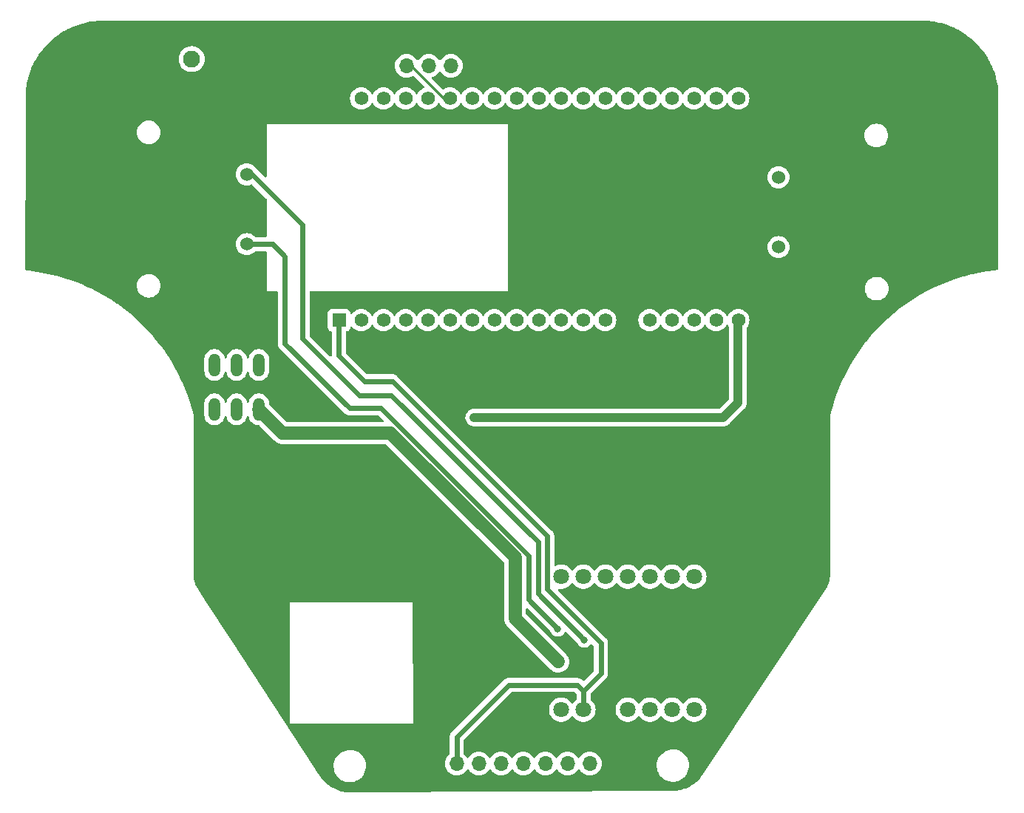
<source format=gbr>
%TF.GenerationSoftware,KiCad,Pcbnew,7.0.1*%
%TF.CreationDate,2023-10-29T13:19:35+05:30*%
%TF.ProjectId,MAZEBLAZE-V3,4d415a45-424c-4415-9a45-2d56332e6b69,rev?*%
%TF.SameCoordinates,Original*%
%TF.FileFunction,Copper,L2,Bot*%
%TF.FilePolarity,Positive*%
%FSLAX46Y46*%
G04 Gerber Fmt 4.6, Leading zero omitted, Abs format (unit mm)*
G04 Created by KiCad (PCBNEW 7.0.1) date 2023-10-29 13:19:35*
%MOMM*%
%LPD*%
G01*
G04 APERTURE LIST*
%TA.AperFunction,ComponentPad*%
%ADD10C,1.524000*%
%TD*%
%TA.AperFunction,ComponentPad*%
%ADD11R,1.700000X1.700000*%
%TD*%
%TA.AperFunction,ComponentPad*%
%ADD12O,1.700000X1.700000*%
%TD*%
%TA.AperFunction,ComponentPad*%
%ADD13C,1.800000*%
%TD*%
%TA.AperFunction,ComponentPad*%
%ADD14O,1.320800X2.641600*%
%TD*%
%TA.AperFunction,ComponentPad*%
%ADD15C,1.950000*%
%TD*%
%TA.AperFunction,ComponentPad*%
%ADD16R,1.560000X1.560000*%
%TD*%
%TA.AperFunction,ComponentPad*%
%ADD17C,1.560000*%
%TD*%
%TA.AperFunction,ViaPad*%
%ADD18C,0.800000*%
%TD*%
%TA.AperFunction,Conductor*%
%ADD19C,1.000000*%
%TD*%
%TA.AperFunction,Conductor*%
%ADD20C,0.600000*%
%TD*%
%TA.AperFunction,Conductor*%
%ADD21C,1.500000*%
%TD*%
%TA.AperFunction,Conductor*%
%ADD22C,0.250000*%
%TD*%
G04 APERTURE END LIST*
D10*
%TO.P,M2,1,+*%
%TO.N,Net-(M2-+)*%
X156740000Y-67970000D03*
%TO.P,M2,2,-*%
%TO.N,Net-(M2--)*%
X156740000Y-59970000D03*
%TD*%
D11*
%TO.P,J5,1,Pin_1*%
%TO.N,GND*%
X117350000Y-127140000D03*
D12*
%TO.P,J5,2,Pin_2*%
%TO.N,3V3*%
X119890000Y-127140000D03*
%TO.P,J5,3,Pin_3*%
%TO.N,SENS1*%
X122430000Y-127140000D03*
%TO.P,J5,4,Pin_4*%
%TO.N,SENS2*%
X124970000Y-127140000D03*
%TO.P,J5,5,Pin_5*%
%TO.N,SENS3*%
X127510000Y-127140000D03*
%TO.P,J5,6,Pin_6*%
%TO.N,SENS4*%
X130050000Y-127140000D03*
%TO.P,J5,7,Pin_7*%
%TO.N,SENS5*%
X132590000Y-127140000D03*
%TO.P,J5,8,Pin_8*%
%TO.N,SENS6*%
X135130000Y-127140000D03*
%TD*%
D11*
%TO.P,J2,1,Pin_1*%
%TO.N,GND*%
X121770000Y-47200000D03*
D12*
%TO.P,J2,2,Pin_2*%
%TO.N,3V3*%
X119230000Y-47200000D03*
%TO.P,J2,3,Pin_3*%
%TO.N,SCL*%
X116690000Y-47200000D03*
%TO.P,J2,4,Pin_4*%
%TO.N,SDA*%
X114150000Y-47200000D03*
%TD*%
D13*
%TO.P,U2,1,VM*%
%TO.N,VIN_SW*%
X131860000Y-120970000D03*
%TO.P,U2,2,VCC*%
%TO.N,3V3*%
X134400000Y-120970000D03*
%TO.P,U2,3,GND*%
%TO.N,GND*%
X136940000Y-120970000D03*
%TO.P,U2,4,A01*%
%TO.N,Net-(M1-+)*%
X139480000Y-120970000D03*
%TO.P,U2,5,A02*%
%TO.N,Net-(M1--)*%
X142020000Y-120970000D03*
%TO.P,U2,6,B02*%
%TO.N,Net-(M2--)*%
X144560000Y-120970000D03*
%TO.P,U2,7,B01*%
%TO.N,Net-(M2-+)*%
X147100000Y-120970000D03*
%TO.P,U2,8,GND*%
%TO.N,GND*%
X149640000Y-120970000D03*
%TO.P,U2,9,GND*%
X149640000Y-105730000D03*
%TO.P,U2,10,PWMB*%
%TO.N,PWMB*%
X147100000Y-105730000D03*
%TO.P,U2,11,BI2*%
%TO.N,Net-(U2-BI2)*%
X144560000Y-105730000D03*
%TO.P,U2,12,BI1*%
%TO.N,Net-(U2-BI1)*%
X142020000Y-105730000D03*
%TO.P,U2,13,STBY*%
%TO.N,STBY*%
X139480000Y-105730000D03*
%TO.P,U2,14,AI1*%
%TO.N,Net-(U2-AI1)*%
X136940000Y-105730000D03*
%TO.P,U2,15,AI2*%
%TO.N,Net-(U2-AI2)*%
X134400000Y-105730000D03*
%TO.P,U2,16,PWMA*%
%TO.N,PWMA*%
X131860000Y-105730000D03*
%TD*%
D14*
%TO.P,12V_SW1,1,A*%
%TO.N,unconnected-(12V_SW1-A-Pad1)*%
X92150000Y-81460000D03*
%TO.P,12V_SW1,2,B*%
%TO.N,VIN*%
X94690000Y-81460000D03*
%TO.P,12V_SW1,3,C*%
%TO.N,VIN_SW*%
X97230000Y-81460000D03*
%TO.P,12V_SW1,4,A*%
%TO.N,unconnected-(12V_SW1-A-Pad4)*%
X92150000Y-86540000D03*
%TO.P,12V_SW1,5,B*%
%TO.N,VIN*%
X94690000Y-86540000D03*
%TO.P,12V_SW1,6,C*%
%TO.N,VIN_SW*%
X97230000Y-86540000D03*
%TD*%
D10*
%TO.P,M1,1,+*%
%TO.N,Net-(M1-+)*%
X95834540Y-59631920D03*
%TO.P,M1,2,-*%
%TO.N,Net-(M1--)*%
X95834540Y-67631920D03*
%TD*%
D15*
%TO.P,J1,1,Pin_1*%
%TO.N,VIN*%
X89540000Y-46430000D03*
%TO.P,J1,2,Pin_2*%
%TO.N,GND*%
X94540000Y-46430000D03*
%TD*%
D16*
%TO.P,U3,J2-1,3V3*%
%TO.N,3V3*%
X106410000Y-76340000D03*
D17*
%TO.P,U3,J2-2,EN*%
%TO.N,unconnected-(U3-EN-PadJ2-2)*%
X108950000Y-76340000D03*
%TO.P,U3,J2-3,SENSOR_VP*%
%TO.N,SENS1*%
X111490000Y-76340000D03*
%TO.P,U3,J2-4,SENSOR_VN*%
%TO.N,SENS2*%
X114030000Y-76340000D03*
%TO.P,U3,J2-5,IO34*%
%TO.N,SENS3*%
X116570000Y-76340000D03*
%TO.P,U3,J2-6,IO35*%
%TO.N,SENS4*%
X119110000Y-76340000D03*
%TO.P,U3,J2-7,IO32*%
%TO.N,SENS5*%
X121650000Y-76340000D03*
%TO.P,U3,J2-8,IO33*%
%TO.N,SENS6*%
X124190000Y-76340000D03*
%TO.P,U3,J2-9,IO25*%
%TO.N,unconnected-(U3-IO25-PadJ2-9)*%
X126730000Y-76340000D03*
%TO.P,U3,J2-10,IO26*%
%TO.N,unconnected-(U3-IO26-PadJ2-10)*%
X129270000Y-76340000D03*
%TO.P,U3,J2-11,IO27*%
%TO.N,PWMA*%
X131810000Y-76340000D03*
%TO.P,U3,J2-12,IO14*%
%TO.N,AIN2*%
X134350000Y-76340000D03*
%TO.P,U3,J2-13,IO12*%
%TO.N,AIN1*%
X136890000Y-76340000D03*
%TO.P,U3,J2-14,GND1*%
%TO.N,GND*%
X139430000Y-76340000D03*
%TO.P,U3,J2-15,IO13*%
%TO.N,STBY*%
X141970000Y-76340000D03*
%TO.P,U3,J2-16,SD2*%
%TO.N,BIN1*%
X144510000Y-76340000D03*
%TO.P,U3,J2-17,SD3*%
%TO.N,BIN2*%
X147050000Y-76340000D03*
%TO.P,U3,J2-18,CMD*%
%TO.N,PWMB*%
X149590000Y-76340000D03*
%TO.P,U3,J2-19,EXT_5V*%
%TO.N,5V*%
X152130000Y-76340000D03*
%TO.P,U3,J3-1,GND3*%
%TO.N,GND*%
X106410000Y-50940000D03*
%TO.P,U3,J3-2,IO23*%
%TO.N,unconnected-(U3-IO23-PadJ3-2)*%
X108950000Y-50940000D03*
%TO.P,U3,J3-3,IO22*%
%TO.N,SCL*%
X111490000Y-50940000D03*
%TO.P,U3,J3-4,TXD0*%
%TO.N,unconnected-(U3-TXD0-PadJ3-4)*%
X114030000Y-50940000D03*
%TO.P,U3,J3-5,RXD0*%
%TO.N,unconnected-(U3-RXD0-PadJ3-5)*%
X116570000Y-50940000D03*
%TO.P,U3,J3-6,IO21*%
%TO.N,SDA*%
X119110000Y-50940000D03*
%TO.P,U3,J3-7,GND2*%
%TO.N,unconnected-(U3-GND2-PadJ3-7)*%
X121650000Y-50940000D03*
%TO.P,U3,J3-8,IO19*%
%TO.N,unconnected-(U3-IO19-PadJ3-8)*%
X124190000Y-50940000D03*
%TO.P,U3,J3-9,IO18*%
%TO.N,unconnected-(U3-IO18-PadJ3-9)*%
X126730000Y-50940000D03*
%TO.P,U3,J3-10,IO5*%
%TO.N,unconnected-(U3-IO5-PadJ3-10)*%
X129270000Y-50940000D03*
%TO.P,U3,J3-11,IO17*%
%TO.N,unconnected-(U3-IO17-PadJ3-11)*%
X131810000Y-50940000D03*
%TO.P,U3,J3-12,IO16*%
%TO.N,unconnected-(U3-IO16-PadJ3-12)*%
X134350000Y-50940000D03*
%TO.P,U3,J3-13,IO4*%
%TO.N,unconnected-(U3-IO4-PadJ3-13)*%
X136890000Y-50940000D03*
%TO.P,U3,J3-14,IO0*%
%TO.N,unconnected-(U3-IO0-PadJ3-14)*%
X139430000Y-50940000D03*
%TO.P,U3,J3-15,IO2*%
%TO.N,unconnected-(U3-IO2-PadJ3-15)*%
X141970000Y-50940000D03*
%TO.P,U3,J3-16,IO15*%
%TO.N,unconnected-(U3-IO15-PadJ3-16)*%
X144510000Y-50940000D03*
%TO.P,U3,J3-17,SD1*%
%TO.N,unconnected-(U3-SD1-PadJ3-17)*%
X147050000Y-50940000D03*
%TO.P,U3,J3-18,SD0*%
%TO.N,unconnected-(U3-SD0-PadJ3-18)*%
X149590000Y-50940000D03*
%TO.P,U3,J3-19,CLK*%
%TO.N,IO23*%
X152130000Y-50940000D03*
%TD*%
D18*
%TO.N,5V*%
X121880000Y-87500000D03*
%TO.N,GND*%
X98460000Y-116190000D03*
X110910000Y-99070000D03*
X120700000Y-114900000D03*
X124680000Y-53400000D03*
X105830000Y-93990000D03*
X97690000Y-115290000D03*
X174520000Y-48430000D03*
X110910000Y-93990000D03*
X108370000Y-99070000D03*
X111690000Y-105945000D03*
X108370000Y-96530000D03*
X120760000Y-116980000D03*
X108290000Y-105945000D03*
X93730000Y-103660000D03*
X105830000Y-96530000D03*
X110910000Y-96530000D03*
X105830000Y-99070000D03*
X90810000Y-101930000D03*
X100790000Y-92150000D03*
X108370000Y-93990000D03*
X91620000Y-103670000D03*
X120750000Y-113440000D03*
%TO.N,Net-(M1-+)*%
X134500000Y-112950000D03*
%TO.N,Net-(M1--)*%
X131460000Y-111680000D03*
%TO.N,VIN_SW*%
X131520000Y-115460000D03*
%TD*%
D19*
%TO.N,5V*%
X150396000Y-87500000D02*
X152098000Y-85798000D01*
X152098000Y-76372000D02*
X152130000Y-76340000D01*
X152098000Y-85798000D02*
X152098000Y-76372000D01*
X121880000Y-87500000D02*
X150396000Y-87500000D01*
D20*
%TO.N,GND*%
X101900000Y-46430000D02*
X106410000Y-50940000D01*
X94540000Y-46430000D02*
X101900000Y-46430000D01*
%TO.N,Net-(M1-+)*%
X112410000Y-84950000D02*
X108740000Y-84950000D01*
X102240000Y-65430000D02*
X96441920Y-59631920D01*
X102240000Y-78450000D02*
X102240000Y-65430000D01*
X96441920Y-59631920D02*
X95834540Y-59631920D01*
X129190000Y-107640000D02*
X129190000Y-101730000D01*
X108740000Y-84950000D02*
X102240000Y-78450000D01*
X134500000Y-112950000D02*
X129190000Y-107640000D01*
X129190000Y-101730000D02*
X112410000Y-84950000D01*
%TO.N,Net-(M1--)*%
X100190000Y-79020000D02*
X100190000Y-69030000D01*
X128150000Y-108370000D02*
X128150000Y-103360000D01*
X107600000Y-86430000D02*
X100190000Y-79020000D01*
X131460000Y-111680000D02*
X128150000Y-108370000D01*
X100190000Y-69030000D02*
X98791920Y-67631920D01*
X128150000Y-103360000D02*
X111220000Y-86430000D01*
X98791920Y-67631920D02*
X95834540Y-67631920D01*
X111220000Y-86430000D02*
X107600000Y-86430000D01*
D21*
%TO.N,VIN_SW*%
X112302234Y-89280000D02*
X99970000Y-89280000D01*
X126570000Y-110510000D02*
X126570000Y-103547766D01*
X126570000Y-103547766D02*
X112302234Y-89280000D01*
X99970000Y-89280000D02*
X97230000Y-86540000D01*
X131520000Y-115460000D02*
X126570000Y-110510000D01*
D20*
%TO.N,3V3*%
X130250000Y-101070001D02*
X112509999Y-83330000D01*
X106378000Y-80408000D02*
X106378000Y-76392000D01*
X112509999Y-83330000D02*
X109300000Y-83330000D01*
X106378000Y-76392000D02*
X106430000Y-76340000D01*
X134400000Y-118830000D02*
X136410000Y-116820000D01*
X133710000Y-118140000D02*
X125820000Y-118140000D01*
X134400000Y-118830000D02*
X133710000Y-118140000D01*
X109300000Y-83330000D02*
X106378000Y-80408000D01*
X136410000Y-116820000D02*
X136410000Y-113330000D01*
X134400000Y-118830000D02*
X134400000Y-120970000D01*
X119890000Y-124070000D02*
X119890000Y-127140000D01*
X136410000Y-113330000D02*
X130250000Y-107170000D01*
X130250000Y-107170000D02*
X130250000Y-101070001D01*
X125820000Y-118140000D02*
X119890000Y-124070000D01*
D22*
%TO.N,SDA*%
X119110000Y-50940000D02*
X118430000Y-50940000D01*
X114690000Y-47200000D02*
X114150000Y-47200000D01*
X118430000Y-50940000D02*
X114690000Y-47200000D01*
%TD*%
%TA.AperFunction,Conductor*%
%TO.N,GND*%
G36*
X173436949Y-42026598D02*
G01*
X173696897Y-42035798D01*
X173704338Y-42036286D01*
X174010534Y-42065713D01*
X174010559Y-42065716D01*
X174277382Y-42093252D01*
X174284398Y-42094181D01*
X174584369Y-42142732D01*
X174585350Y-42142896D01*
X174852746Y-42188878D01*
X174859396Y-42190210D01*
X175153609Y-42257582D01*
X175155056Y-42257922D01*
X175420537Y-42322259D01*
X175426727Y-42323931D01*
X175715029Y-42409889D01*
X175716678Y-42410394D01*
X175978252Y-42492807D01*
X175983978Y-42494766D01*
X176265377Y-42598893D01*
X176267436Y-42599677D01*
X176523457Y-42699767D01*
X176528742Y-42701976D01*
X176802392Y-42823871D01*
X176804598Y-42824882D01*
X177053845Y-42942265D01*
X177058606Y-42944635D01*
X177323419Y-43083750D01*
X177326014Y-43085153D01*
X177566984Y-43219183D01*
X177571282Y-43221689D01*
X177826385Y-43377518D01*
X177829142Y-43379253D01*
X178060740Y-43529359D01*
X178064577Y-43531950D01*
X178221019Y-43641992D01*
X178308912Y-43703816D01*
X178311841Y-43705941D01*
X178532878Y-43871380D01*
X178536305Y-43874040D01*
X178768951Y-44061271D01*
X178772032Y-44063834D01*
X178981447Y-44243825D01*
X178984395Y-44246442D01*
X179204483Y-44448335D01*
X179207596Y-44451293D01*
X179227086Y-44470475D01*
X179404370Y-44644961D01*
X179406939Y-44647566D01*
X179613544Y-44863274D01*
X179616717Y-44866714D01*
X179730354Y-44994748D01*
X179799898Y-45073103D01*
X179802063Y-45075609D01*
X179994388Y-45304320D01*
X179997561Y-45308253D01*
X180166261Y-45526324D01*
X180168046Y-45528689D01*
X180345364Y-45769579D01*
X180348470Y-45773998D01*
X180501875Y-46002630D01*
X180503309Y-46004816D01*
X180664889Y-46256963D01*
X180667879Y-46261875D01*
X180805292Y-46499929D01*
X180806406Y-46501901D01*
X180951593Y-46764381D01*
X180954413Y-46769789D01*
X181075167Y-47015952D01*
X181075998Y-47017680D01*
X181204240Y-47289663D01*
X181206837Y-47295564D01*
X181310278Y-47548221D01*
X181310863Y-47549676D01*
X181421697Y-47830468D01*
X181424018Y-47836855D01*
X181509631Y-48094223D01*
X181510010Y-48095383D01*
X181603027Y-48384476D01*
X181605019Y-48391337D01*
X181672236Y-48650601D01*
X181672451Y-48651445D01*
X181747435Y-48949269D01*
X181749044Y-48956587D01*
X181797133Y-49211843D01*
X181797229Y-49212357D01*
X181854279Y-49522360D01*
X181855454Y-49530112D01*
X181881514Y-49748516D01*
X181881534Y-49748689D01*
X181921849Y-50090659D01*
X181922702Y-50105136D01*
X181929461Y-70486419D01*
X181914712Y-70545114D01*
X181873938Y-70589837D01*
X181816853Y-70609936D01*
X181477361Y-70641257D01*
X180576479Y-70762317D01*
X179681388Y-70920697D01*
X179026159Y-71064937D01*
X178793649Y-71116121D01*
X178350513Y-71233167D01*
X177914791Y-71348254D01*
X177046328Y-71616696D01*
X176189779Y-71920978D01*
X175346612Y-72260576D01*
X174518277Y-72634908D01*
X173706198Y-73043330D01*
X172911792Y-73485130D01*
X172136412Y-73959554D01*
X171381422Y-74465771D01*
X170648093Y-75002926D01*
X169937750Y-75570046D01*
X169251541Y-76166219D01*
X168590697Y-76790374D01*
X167956364Y-77441429D01*
X167349618Y-78118276D01*
X166898731Y-78665380D01*
X166788182Y-78799520D01*
X166771502Y-78819759D01*
X166223039Y-79544627D01*
X165705151Y-80291666D01*
X165218729Y-81059599D01*
X164764660Y-81847013D01*
X164764652Y-81847027D01*
X164764651Y-81847030D01*
X164346149Y-82647908D01*
X164343656Y-82652678D01*
X163956515Y-83475067D01*
X163780012Y-83894378D01*
X163672622Y-84149500D01*
X163603841Y-84312899D01*
X163286292Y-85164611D01*
X163004397Y-86028776D01*
X162758635Y-86903935D01*
X162656140Y-87337400D01*
X162652303Y-87349594D01*
X162651136Y-87358676D01*
X162649410Y-87366037D01*
X162653991Y-87382200D01*
X162629563Y-105591382D01*
X162627835Y-105600541D01*
X162629341Y-105636299D01*
X162629431Y-105643713D01*
X162628923Y-105672345D01*
X162628876Y-105674206D01*
X162620781Y-105921231D01*
X162619680Y-105934147D01*
X162606383Y-106030356D01*
X162605499Y-106035846D01*
X162572834Y-106213147D01*
X162570815Y-106222193D01*
X162543965Y-106324375D01*
X162541276Y-106333244D01*
X162482579Y-106503658D01*
X162480651Y-106508874D01*
X162444934Y-106599197D01*
X162439539Y-106610994D01*
X162324429Y-106831439D01*
X162323557Y-106833079D01*
X162311620Y-106855128D01*
X162305983Y-106864524D01*
X148131317Y-128284415D01*
X148127490Y-128288342D01*
X148105506Y-128323300D01*
X148102449Y-128327929D01*
X148041948Y-128415211D01*
X148041624Y-128415677D01*
X147879381Y-128647466D01*
X147872736Y-128656121D01*
X147763124Y-128786594D01*
X147762008Y-128787904D01*
X147617597Y-128955032D01*
X147610931Y-128962159D01*
X147481710Y-129089858D01*
X147479646Y-129091852D01*
X147327141Y-129235738D01*
X147320676Y-129241426D01*
X147176827Y-129359396D01*
X147173679Y-129361894D01*
X147010628Y-129486998D01*
X147004574Y-129491360D01*
X146848869Y-129596580D01*
X146844529Y-129599382D01*
X146670955Y-129706426D01*
X146665496Y-129709604D01*
X146500224Y-129800251D01*
X146494613Y-129803145D01*
X146311079Y-129891971D01*
X146306383Y-129894124D01*
X146133973Y-129968870D01*
X146127039Y-129971632D01*
X145933886Y-130041894D01*
X145930089Y-130043206D01*
X145753307Y-130101100D01*
X145745036Y-130103494D01*
X145541687Y-130154774D01*
X145538895Y-130155444D01*
X145361782Y-130195771D01*
X145352191Y-130197561D01*
X145133667Y-130229509D01*
X145131960Y-130229746D01*
X144962989Y-130252056D01*
X144952126Y-130253007D01*
X144672780Y-130265111D01*
X144672208Y-130265134D01*
X144562324Y-130269387D01*
X144556722Y-130269477D01*
X144517445Y-130269221D01*
X144514623Y-130269731D01*
X107662211Y-130458268D01*
X107651981Y-130457898D01*
X107545243Y-130449613D01*
X107544694Y-130449569D01*
X107264409Y-130426561D01*
X107254020Y-130425265D01*
X107085361Y-130396945D01*
X107083732Y-130396660D01*
X106865318Y-130356983D01*
X106856170Y-130354962D01*
X106679685Y-130308905D01*
X106677026Y-130308179D01*
X106474368Y-130250453D01*
X106466497Y-130247925D01*
X106290646Y-130184891D01*
X106287035Y-130183533D01*
X106094915Y-130107844D01*
X106088340Y-130105031D01*
X105917047Y-130025832D01*
X105912587Y-130023661D01*
X105730168Y-129930288D01*
X105724874Y-129927412D01*
X105560824Y-129833049D01*
X105555643Y-129829898D01*
X105383203Y-129719152D01*
X105379084Y-129716389D01*
X105224539Y-129608168D01*
X105218792Y-129603890D01*
X105056743Y-129475853D01*
X105053753Y-129473415D01*
X104910854Y-129353101D01*
X104904765Y-129347617D01*
X104752944Y-129201434D01*
X104750984Y-129199504D01*
X104622431Y-129070098D01*
X104616084Y-129063206D01*
X104471999Y-128894387D01*
X104470934Y-128893123D01*
X104361626Y-128761538D01*
X104355282Y-128753209D01*
X104194457Y-128522476D01*
X104194143Y-128522023D01*
X104184838Y-128508546D01*
X104131927Y-128431912D01*
X104129007Y-128427482D01*
X104106228Y-128391259D01*
X104103574Y-128388489D01*
X103523035Y-127496700D01*
X105795787Y-127496700D01*
X105825413Y-127765952D01*
X105838975Y-127817827D01*
X105893928Y-128028024D01*
X105974825Y-128218390D01*
X105999871Y-128277328D01*
X106140982Y-128508547D01*
X106265208Y-128657820D01*
X106314255Y-128716756D01*
X106515998Y-128897518D01*
X106741910Y-129046980D01*
X106833377Y-129089858D01*
X106987177Y-129161957D01*
X107232416Y-129235738D01*
X107246569Y-129239996D01*
X107514561Y-129279436D01*
X107717631Y-129279436D01*
X107717634Y-129279436D01*
X107920156Y-129264613D01*
X107920155Y-129264613D01*
X108184553Y-129205716D01*
X108437558Y-129108950D01*
X108673777Y-128976377D01*
X108888177Y-128810824D01*
X109076186Y-128615817D01*
X109233799Y-128395515D01*
X109357656Y-128154611D01*
X109445118Y-127898241D01*
X109494319Y-127631869D01*
X109504212Y-127361171D01*
X109474586Y-127091918D01*
X109406072Y-126829848D01*
X109300130Y-126580546D01*
X109159018Y-126349326D01*
X109159017Y-126349324D01*
X108985746Y-126141117D01*
X108880758Y-126047048D01*
X108784002Y-125960354D01*
X108558090Y-125810892D01*
X108501452Y-125784341D01*
X108312822Y-125695914D01*
X108053437Y-125617877D01*
X108053431Y-125617876D01*
X107785439Y-125578436D01*
X107582369Y-125578436D01*
X107582366Y-125578436D01*
X107379843Y-125593258D01*
X107115449Y-125652155D01*
X106862441Y-125748922D01*
X106626223Y-125881495D01*
X106411825Y-126047045D01*
X106223813Y-126242056D01*
X106066201Y-126462356D01*
X105942342Y-126703265D01*
X105854881Y-126959631D01*
X105805680Y-127226002D01*
X105795787Y-127496700D01*
X103523035Y-127496700D01*
X94213342Y-113195699D01*
X91241297Y-108630219D01*
X100809570Y-108630219D01*
X100809570Y-122530219D01*
X114909569Y-122530219D01*
X114909570Y-122530219D01*
X114809570Y-108630219D01*
X100809570Y-108630219D01*
X91241297Y-108630219D01*
X90095434Y-106870011D01*
X90090309Y-106861396D01*
X90077247Y-106837269D01*
X90076377Y-106835633D01*
X90020579Y-106728783D01*
X89962114Y-106616824D01*
X89956737Y-106605067D01*
X89920710Y-106513968D01*
X89918810Y-106508831D01*
X89860365Y-106339158D01*
X89857677Y-106330289D01*
X89855279Y-106321163D01*
X89830666Y-106227501D01*
X89828649Y-106218463D01*
X89796133Y-106041994D01*
X89795263Y-106036598D01*
X89781564Y-105937489D01*
X89780487Y-105925252D01*
X89774043Y-105756119D01*
X89773977Y-105753778D01*
X89772125Y-105649374D01*
X89772216Y-105641963D01*
X89773517Y-105611035D01*
X89770530Y-105595098D01*
X89771144Y-104474074D01*
X89780479Y-87415747D01*
X89785135Y-87399387D01*
X89784264Y-87395733D01*
X89783221Y-87385729D01*
X89778159Y-87370076D01*
X89750729Y-87254069D01*
X90989100Y-87254069D01*
X91003977Y-87414629D01*
X91062855Y-87621561D01*
X91158755Y-87814155D01*
X91282776Y-87978385D01*
X91288409Y-87985844D01*
X91319237Y-88013947D01*
X91447402Y-88130785D01*
X91447404Y-88130786D01*
X91447405Y-88130787D01*
X91630326Y-88244047D01*
X91830944Y-88321767D01*
X92042427Y-88361300D01*
X92257571Y-88361300D01*
X92257573Y-88361300D01*
X92469056Y-88321767D01*
X92669674Y-88244047D01*
X92852595Y-88130787D01*
X93011591Y-87985844D01*
X93138477Y-87817819D01*
X93141244Y-87814155D01*
X93237144Y-87621561D01*
X93296022Y-87414629D01*
X93296529Y-87409160D01*
X93316633Y-87352108D01*
X93361336Y-87311356D01*
X93420000Y-87296601D01*
X93478664Y-87311356D01*
X93523367Y-87352108D01*
X93543471Y-87409160D01*
X93543977Y-87414629D01*
X93602855Y-87621561D01*
X93698755Y-87814155D01*
X93822776Y-87978385D01*
X93828409Y-87985844D01*
X93859237Y-88013947D01*
X93987402Y-88130785D01*
X93987404Y-88130786D01*
X93987405Y-88130787D01*
X94170326Y-88244047D01*
X94370944Y-88321767D01*
X94582427Y-88361300D01*
X94797571Y-88361300D01*
X94797573Y-88361300D01*
X95009056Y-88321767D01*
X95209674Y-88244047D01*
X95392595Y-88130787D01*
X95551591Y-87985844D01*
X95678477Y-87817819D01*
X95681244Y-87814155D01*
X95777144Y-87621561D01*
X95836022Y-87414629D01*
X95836529Y-87409160D01*
X95856633Y-87352108D01*
X95901336Y-87311356D01*
X95960000Y-87296601D01*
X96018664Y-87311356D01*
X96063367Y-87352108D01*
X96083471Y-87409160D01*
X96083977Y-87414629D01*
X96142855Y-87621561D01*
X96238755Y-87814155D01*
X96362776Y-87978385D01*
X96368409Y-87985844D01*
X96399237Y-88013947D01*
X96527402Y-88130785D01*
X96527404Y-88130786D01*
X96527405Y-88130787D01*
X96710326Y-88244047D01*
X96910944Y-88321767D01*
X97122427Y-88361300D01*
X97231464Y-88361300D01*
X97278917Y-88370739D01*
X97319145Y-88397619D01*
X99031182Y-90109656D01*
X99040448Y-90120024D01*
X99062493Y-90147667D01*
X99112394Y-90191265D01*
X99118494Y-90196968D01*
X99125467Y-90203942D01*
X99156740Y-90230051D01*
X99158853Y-90231856D01*
X99214993Y-90280903D01*
X99232004Y-90295765D01*
X99235760Y-90298009D01*
X99251624Y-90309266D01*
X99254978Y-90312066D01*
X99254979Y-90312067D01*
X99254981Y-90312068D01*
X99338059Y-90359207D01*
X99339450Y-90359997D01*
X99341854Y-90361397D01*
X99425236Y-90411215D01*
X99425239Y-90411216D01*
X99429323Y-90412749D01*
X99446953Y-90420996D01*
X99450753Y-90423152D01*
X99450755Y-90423153D01*
X99542468Y-90455245D01*
X99544998Y-90456162D01*
X99635976Y-90490307D01*
X99639972Y-90491032D01*
X99640269Y-90491086D01*
X99659088Y-90496053D01*
X99663217Y-90497498D01*
X99759251Y-90512707D01*
X99761847Y-90513149D01*
X99825369Y-90524677D01*
X99857452Y-90530500D01*
X99857453Y-90530500D01*
X99861830Y-90530500D01*
X99881226Y-90532026D01*
X99885540Y-90532710D01*
X99980299Y-90530583D01*
X99982622Y-90530531D01*
X99985404Y-90530500D01*
X111732898Y-90530500D01*
X111780351Y-90539939D01*
X111820579Y-90566819D01*
X125283181Y-104029421D01*
X125310061Y-104069649D01*
X125319500Y-104117102D01*
X125319500Y-110432814D01*
X125318720Y-110446698D01*
X125314761Y-110481826D01*
X125319219Y-110547932D01*
X125319500Y-110556274D01*
X125319500Y-110566155D01*
X125323153Y-110606749D01*
X125323371Y-110609521D01*
X125329904Y-110706414D01*
X125330973Y-110710657D01*
X125334229Y-110729820D01*
X125334622Y-110734185D01*
X125360465Y-110827824D01*
X125361158Y-110830447D01*
X125379335Y-110902583D01*
X125384904Y-110924684D01*
X125386712Y-110928664D01*
X125393342Y-110946950D01*
X125394506Y-110951168D01*
X125436657Y-111038699D01*
X125437835Y-111041217D01*
X125477992Y-111129625D01*
X125480483Y-111133220D01*
X125490271Y-111150029D01*
X125492170Y-111153974D01*
X125549258Y-111232548D01*
X125550868Y-111234817D01*
X125606178Y-111314652D01*
X125609268Y-111317742D01*
X125621905Y-111332537D01*
X125624478Y-111336078D01*
X125624479Y-111336079D01*
X125694698Y-111403215D01*
X125696686Y-111405160D01*
X130675470Y-116383945D01*
X130804981Y-116492068D01*
X131000755Y-116603153D01*
X131164169Y-116660335D01*
X131213219Y-116677499D01*
X131383632Y-116704488D01*
X131435540Y-116712710D01*
X131660578Y-116707659D01*
X131881096Y-116662508D01*
X132090009Y-116578707D01*
X132280602Y-116458949D01*
X132446748Y-116307086D01*
X132583108Y-116127995D01*
X132685298Y-115927435D01*
X132750035Y-115711851D01*
X132775237Y-115488172D01*
X132760096Y-115263588D01*
X132705096Y-115045316D01*
X132612007Y-114840374D01*
X132483820Y-114655346D01*
X132483818Y-114655344D01*
X132483816Y-114655341D01*
X127856819Y-110028345D01*
X127829939Y-109988117D01*
X127820500Y-109940664D01*
X127820500Y-109471940D01*
X127834015Y-109415645D01*
X127871615Y-109371622D01*
X127925102Y-109349467D01*
X127982818Y-109354009D01*
X128032181Y-109384259D01*
X130581262Y-111933340D01*
X130611512Y-111982703D01*
X130632820Y-112048284D01*
X130727466Y-112212216D01*
X130854129Y-112352889D01*
X131007269Y-112464151D01*
X131180197Y-112541144D01*
X131365352Y-112580500D01*
X131365354Y-112580500D01*
X131554646Y-112580500D01*
X131554648Y-112580500D01*
X131678083Y-112554262D01*
X131739803Y-112541144D01*
X131912730Y-112464151D01*
X132065871Y-112352888D01*
X132192533Y-112212216D01*
X132271908Y-112074735D01*
X132310404Y-112033633D01*
X132363110Y-112013796D01*
X132419153Y-112019316D01*
X132466976Y-112049054D01*
X133621262Y-113203340D01*
X133651512Y-113252703D01*
X133672820Y-113318284D01*
X133767466Y-113482216D01*
X133894129Y-113622889D01*
X134047269Y-113734151D01*
X134220197Y-113811144D01*
X134405352Y-113850500D01*
X134405354Y-113850500D01*
X134594646Y-113850500D01*
X134594648Y-113850500D01*
X134718084Y-113824262D01*
X134779803Y-113811144D01*
X134952730Y-113734151D01*
X134981925Y-113712940D01*
X135105870Y-113622889D01*
X135238723Y-113475341D01*
X135294619Y-113439731D01*
X135360871Y-113437996D01*
X135418554Y-113470632D01*
X135573181Y-113625259D01*
X135600061Y-113665487D01*
X135609500Y-113712940D01*
X135609500Y-116437060D01*
X135600061Y-116484513D01*
X135573181Y-116524741D01*
X134487681Y-117610241D01*
X134432094Y-117642335D01*
X134367906Y-117642335D01*
X134312319Y-117610241D01*
X134212262Y-117510184D01*
X134179850Y-117489818D01*
X134168512Y-117481773D01*
X134138587Y-117457909D01*
X134138586Y-117457908D01*
X134104095Y-117441298D01*
X134091933Y-117434576D01*
X134076327Y-117424770D01*
X134059520Y-117414209D01*
X134023398Y-117401570D01*
X134010553Y-117396250D01*
X133976058Y-117379638D01*
X133938736Y-117371119D01*
X133925380Y-117367272D01*
X133889252Y-117354631D01*
X133851219Y-117350345D01*
X133837518Y-117348017D01*
X133800196Y-117339500D01*
X133800194Y-117339500D01*
X133754954Y-117339500D01*
X125910194Y-117339500D01*
X125729805Y-117339500D01*
X125729803Y-117339500D01*
X125692490Y-117348016D01*
X125678785Y-117350345D01*
X125640747Y-117354631D01*
X125614875Y-117363683D01*
X125604620Y-117367272D01*
X125604611Y-117367275D01*
X125591255Y-117371122D01*
X125553938Y-117379640D01*
X125519459Y-117396244D01*
X125506618Y-117401563D01*
X125470479Y-117414209D01*
X125438064Y-117434577D01*
X125425897Y-117441301D01*
X125391414Y-117457907D01*
X125361487Y-117481773D01*
X125350152Y-117489815D01*
X125317740Y-117510181D01*
X125227162Y-117600757D01*
X125227160Y-117600761D01*
X119260185Y-123567735D01*
X119239817Y-123600151D01*
X119231772Y-123611489D01*
X119207908Y-123641413D01*
X119191300Y-123675899D01*
X119184576Y-123688064D01*
X119164211Y-123720475D01*
X119151565Y-123756613D01*
X119146246Y-123769453D01*
X119129639Y-123803938D01*
X119121118Y-123841268D01*
X119117270Y-123854623D01*
X119104631Y-123890743D01*
X119100345Y-123928780D01*
X119098017Y-123942480D01*
X119089500Y-123979803D01*
X119089500Y-125987309D01*
X119075489Y-126044566D01*
X119036623Y-126088884D01*
X119018597Y-126101505D01*
X118851506Y-126268597D01*
X118715965Y-126462170D01*
X118616097Y-126676336D01*
X118554936Y-126904592D01*
X118534340Y-127139999D01*
X118554936Y-127375407D01*
X118587437Y-127496701D01*
X118616097Y-127603663D01*
X118715965Y-127817830D01*
X118851505Y-128011401D01*
X119018599Y-128178495D01*
X119212170Y-128314035D01*
X119426337Y-128413903D01*
X119654592Y-128475063D01*
X119890000Y-128495659D01*
X120125408Y-128475063D01*
X120353663Y-128413903D01*
X120567830Y-128314035D01*
X120761401Y-128178495D01*
X120928495Y-128011401D01*
X121058426Y-127825839D01*
X121102743Y-127786975D01*
X121160000Y-127772964D01*
X121217257Y-127786975D01*
X121261573Y-127825839D01*
X121391505Y-128011401D01*
X121558599Y-128178495D01*
X121752170Y-128314035D01*
X121966337Y-128413903D01*
X122194592Y-128475063D01*
X122430000Y-128495659D01*
X122665408Y-128475063D01*
X122893663Y-128413903D01*
X123107830Y-128314035D01*
X123301401Y-128178495D01*
X123468495Y-128011401D01*
X123598426Y-127825839D01*
X123642743Y-127786975D01*
X123700000Y-127772964D01*
X123757257Y-127786975D01*
X123801573Y-127825839D01*
X123931505Y-128011401D01*
X124098599Y-128178495D01*
X124292170Y-128314035D01*
X124506337Y-128413903D01*
X124734592Y-128475063D01*
X124970000Y-128495659D01*
X125205408Y-128475063D01*
X125433663Y-128413903D01*
X125647830Y-128314035D01*
X125841401Y-128178495D01*
X126008495Y-128011401D01*
X126138426Y-127825839D01*
X126182743Y-127786975D01*
X126240000Y-127772964D01*
X126297257Y-127786975D01*
X126341573Y-127825839D01*
X126471505Y-128011401D01*
X126638599Y-128178495D01*
X126832170Y-128314035D01*
X127046337Y-128413903D01*
X127274592Y-128475063D01*
X127510000Y-128495659D01*
X127745408Y-128475063D01*
X127973663Y-128413903D01*
X128187830Y-128314035D01*
X128381401Y-128178495D01*
X128548495Y-128011401D01*
X128678426Y-127825839D01*
X128722743Y-127786975D01*
X128780000Y-127772964D01*
X128837257Y-127786975D01*
X128881573Y-127825839D01*
X129011505Y-128011401D01*
X129178599Y-128178495D01*
X129372170Y-128314035D01*
X129586337Y-128413903D01*
X129814592Y-128475063D01*
X130050000Y-128495659D01*
X130285408Y-128475063D01*
X130513663Y-128413903D01*
X130727830Y-128314035D01*
X130921401Y-128178495D01*
X131088495Y-128011401D01*
X131218426Y-127825839D01*
X131262743Y-127786975D01*
X131320000Y-127772964D01*
X131377257Y-127786975D01*
X131421573Y-127825839D01*
X131551505Y-128011401D01*
X131718599Y-128178495D01*
X131912170Y-128314035D01*
X132126337Y-128413903D01*
X132354592Y-128475063D01*
X132590000Y-128495659D01*
X132825408Y-128475063D01*
X133053663Y-128413903D01*
X133267830Y-128314035D01*
X133461401Y-128178495D01*
X133628495Y-128011401D01*
X133758426Y-127825839D01*
X133802743Y-127786975D01*
X133860000Y-127772964D01*
X133917257Y-127786975D01*
X133961573Y-127825839D01*
X134091505Y-128011401D01*
X134258599Y-128178495D01*
X134452170Y-128314035D01*
X134666337Y-128413903D01*
X134894592Y-128475063D01*
X135130000Y-128495659D01*
X135365408Y-128475063D01*
X135593663Y-128413903D01*
X135807830Y-128314035D01*
X136001401Y-128178495D01*
X136168495Y-128011401D01*
X136304035Y-127817830D01*
X136403903Y-127603663D01*
X136448355Y-127437764D01*
X142795787Y-127437764D01*
X142825413Y-127707016D01*
X142846317Y-127786975D01*
X142893928Y-127969088D01*
X142999870Y-128218390D01*
X142999871Y-128218392D01*
X143140982Y-128449611D01*
X143279298Y-128615815D01*
X143314255Y-128657820D01*
X143515998Y-128838582D01*
X143741910Y-128988044D01*
X143848211Y-129037875D01*
X143987177Y-129103021D01*
X144246562Y-129181058D01*
X144246569Y-129181060D01*
X144514561Y-129220500D01*
X144717631Y-129220500D01*
X144717634Y-129220500D01*
X144920156Y-129205677D01*
X144947867Y-129199504D01*
X145184553Y-129146780D01*
X145437558Y-129050014D01*
X145673777Y-128917441D01*
X145888177Y-128751888D01*
X146076186Y-128556881D01*
X146233799Y-128336579D01*
X146357656Y-128095675D01*
X146445118Y-127839305D01*
X146494319Y-127572933D01*
X146504212Y-127302235D01*
X146474586Y-127032982D01*
X146406072Y-126770912D01*
X146300130Y-126521610D01*
X146159018Y-126290390D01*
X146159017Y-126290388D01*
X145985746Y-126082181D01*
X145880758Y-125988112D01*
X145784002Y-125901418D01*
X145558090Y-125751956D01*
X145551618Y-125748922D01*
X145312822Y-125636978D01*
X145053437Y-125558941D01*
X145053431Y-125558940D01*
X144785439Y-125519500D01*
X144582369Y-125519500D01*
X144582366Y-125519500D01*
X144379843Y-125534322D01*
X144115449Y-125593219D01*
X143862441Y-125689986D01*
X143626223Y-125822559D01*
X143411825Y-125988109D01*
X143223813Y-126183120D01*
X143066201Y-126403420D01*
X142942342Y-126644329D01*
X142854881Y-126900695D01*
X142805680Y-127167066D01*
X142795787Y-127437764D01*
X136448355Y-127437764D01*
X136465063Y-127375408D01*
X136485659Y-127140000D01*
X136465063Y-126904592D01*
X136403903Y-126676337D01*
X136304035Y-126462171D01*
X136168495Y-126268599D01*
X136001401Y-126101505D01*
X135807830Y-125965965D01*
X135593663Y-125866097D01*
X135532502Y-125849709D01*
X135365407Y-125804936D01*
X135130000Y-125784340D01*
X134894592Y-125804936D01*
X134666336Y-125866097D01*
X134452170Y-125965965D01*
X134258598Y-126101505D01*
X134091505Y-126268598D01*
X133961575Y-126454159D01*
X133917257Y-126493025D01*
X133860000Y-126507036D01*
X133802743Y-126493025D01*
X133758425Y-126454159D01*
X133643753Y-126290390D01*
X133628495Y-126268599D01*
X133461401Y-126101505D01*
X133267830Y-125965965D01*
X133053663Y-125866097D01*
X132992502Y-125849709D01*
X132825407Y-125804936D01*
X132590000Y-125784340D01*
X132354592Y-125804936D01*
X132126336Y-125866097D01*
X131912170Y-125965965D01*
X131718598Y-126101505D01*
X131551505Y-126268598D01*
X131421575Y-126454159D01*
X131377257Y-126493025D01*
X131320000Y-126507036D01*
X131262743Y-126493025D01*
X131218425Y-126454159D01*
X131103753Y-126290390D01*
X131088495Y-126268599D01*
X130921401Y-126101505D01*
X130727830Y-125965965D01*
X130513663Y-125866097D01*
X130452502Y-125849709D01*
X130285407Y-125804936D01*
X130050000Y-125784340D01*
X129814592Y-125804936D01*
X129586336Y-125866097D01*
X129372170Y-125965965D01*
X129178598Y-126101505D01*
X129011505Y-126268598D01*
X128881575Y-126454159D01*
X128837257Y-126493025D01*
X128780000Y-126507036D01*
X128722743Y-126493025D01*
X128678425Y-126454159D01*
X128563753Y-126290390D01*
X128548495Y-126268599D01*
X128381401Y-126101505D01*
X128187830Y-125965965D01*
X127973663Y-125866097D01*
X127912502Y-125849709D01*
X127745407Y-125804936D01*
X127510000Y-125784340D01*
X127274592Y-125804936D01*
X127046336Y-125866097D01*
X126832170Y-125965965D01*
X126638598Y-126101505D01*
X126471505Y-126268598D01*
X126341575Y-126454159D01*
X126297257Y-126493025D01*
X126240000Y-126507036D01*
X126182743Y-126493025D01*
X126138425Y-126454159D01*
X126023753Y-126290390D01*
X126008495Y-126268599D01*
X125841401Y-126101505D01*
X125647830Y-125965965D01*
X125433663Y-125866097D01*
X125372502Y-125849709D01*
X125205407Y-125804936D01*
X124970000Y-125784340D01*
X124734592Y-125804936D01*
X124506336Y-125866097D01*
X124292170Y-125965965D01*
X124098598Y-126101505D01*
X123931505Y-126268598D01*
X123801575Y-126454159D01*
X123757257Y-126493025D01*
X123700000Y-126507036D01*
X123642743Y-126493025D01*
X123598425Y-126454159D01*
X123483753Y-126290390D01*
X123468495Y-126268599D01*
X123301401Y-126101505D01*
X123107830Y-125965965D01*
X122893663Y-125866097D01*
X122832502Y-125849709D01*
X122665407Y-125804936D01*
X122430000Y-125784340D01*
X122194592Y-125804936D01*
X121966336Y-125866097D01*
X121752170Y-125965965D01*
X121558598Y-126101505D01*
X121391505Y-126268598D01*
X121261575Y-126454159D01*
X121217257Y-126493025D01*
X121160000Y-126507036D01*
X121102743Y-126493025D01*
X121058425Y-126454159D01*
X120928494Y-126268597D01*
X120761402Y-126101505D01*
X120743377Y-126088884D01*
X120704511Y-126044566D01*
X120690500Y-125987309D01*
X120690500Y-124452940D01*
X120699939Y-124405487D01*
X120726819Y-124365259D01*
X126115259Y-118976819D01*
X126155487Y-118949939D01*
X126202940Y-118940500D01*
X133327060Y-118940500D01*
X133374513Y-118949939D01*
X133414741Y-118976819D01*
X133563181Y-119125259D01*
X133590061Y-119165487D01*
X133599500Y-119212940D01*
X133599500Y-119757719D01*
X133586900Y-119812180D01*
X133551664Y-119855569D01*
X133488705Y-119904572D01*
X133448215Y-119936087D01*
X133291018Y-120106849D01*
X133233808Y-120194417D01*
X133189017Y-120235650D01*
X133130000Y-120250595D01*
X133070983Y-120235650D01*
X133026192Y-120194417D01*
X132968981Y-120106849D01*
X132811784Y-119936087D01*
X132660499Y-119818338D01*
X132628626Y-119793530D01*
X132424503Y-119683064D01*
X132424499Y-119683062D01*
X132424498Y-119683062D01*
X132204984Y-119607702D01*
X132033281Y-119579050D01*
X131976049Y-119569500D01*
X131743951Y-119569500D01*
X131698164Y-119577140D01*
X131515015Y-119607702D01*
X131295501Y-119683062D01*
X131091372Y-119793531D01*
X130908215Y-119936087D01*
X130751020Y-120106848D01*
X130624076Y-120301150D01*
X130530844Y-120513696D01*
X130473865Y-120738700D01*
X130454699Y-120970000D01*
X130473865Y-121201299D01*
X130473865Y-121201301D01*
X130473866Y-121201305D01*
X130530843Y-121426300D01*
X130624076Y-121638849D01*
X130751021Y-121833153D01*
X130908216Y-122003913D01*
X131091374Y-122146470D01*
X131295497Y-122256936D01*
X131405258Y-122294617D01*
X131515015Y-122332297D01*
X131515017Y-122332297D01*
X131515019Y-122332298D01*
X131743951Y-122370500D01*
X131976048Y-122370500D01*
X131976049Y-122370500D01*
X132204981Y-122332298D01*
X132424503Y-122256936D01*
X132628626Y-122146470D01*
X132811784Y-122003913D01*
X132968979Y-121833153D01*
X133026191Y-121745582D01*
X133070982Y-121704349D01*
X133130000Y-121689404D01*
X133189018Y-121704349D01*
X133233808Y-121745582D01*
X133291021Y-121833153D01*
X133448216Y-122003913D01*
X133631374Y-122146470D01*
X133835497Y-122256936D01*
X133945258Y-122294617D01*
X134055015Y-122332297D01*
X134055017Y-122332297D01*
X134055019Y-122332298D01*
X134283951Y-122370500D01*
X134516048Y-122370500D01*
X134516049Y-122370500D01*
X134744981Y-122332298D01*
X134964503Y-122256936D01*
X135168626Y-122146470D01*
X135351784Y-122003913D01*
X135508979Y-121833153D01*
X135635924Y-121638849D01*
X135729157Y-121426300D01*
X135786134Y-121201305D01*
X135805300Y-120970000D01*
X138074699Y-120970000D01*
X138093865Y-121201299D01*
X138093865Y-121201301D01*
X138093866Y-121201305D01*
X138150843Y-121426300D01*
X138244076Y-121638849D01*
X138371021Y-121833153D01*
X138528216Y-122003913D01*
X138711374Y-122146470D01*
X138915497Y-122256936D01*
X139025258Y-122294617D01*
X139135015Y-122332297D01*
X139135017Y-122332297D01*
X139135019Y-122332298D01*
X139363951Y-122370500D01*
X139596048Y-122370500D01*
X139596049Y-122370500D01*
X139824981Y-122332298D01*
X140044503Y-122256936D01*
X140248626Y-122146470D01*
X140431784Y-122003913D01*
X140588979Y-121833153D01*
X140646191Y-121745582D01*
X140690982Y-121704349D01*
X140750000Y-121689404D01*
X140809018Y-121704349D01*
X140853808Y-121745582D01*
X140911021Y-121833153D01*
X141068216Y-122003913D01*
X141251374Y-122146470D01*
X141455497Y-122256936D01*
X141565258Y-122294617D01*
X141675015Y-122332297D01*
X141675017Y-122332297D01*
X141675019Y-122332298D01*
X141903951Y-122370500D01*
X142136048Y-122370500D01*
X142136049Y-122370500D01*
X142364981Y-122332298D01*
X142584503Y-122256936D01*
X142788626Y-122146470D01*
X142971784Y-122003913D01*
X143128979Y-121833153D01*
X143186191Y-121745582D01*
X143230982Y-121704349D01*
X143290000Y-121689404D01*
X143349018Y-121704349D01*
X143393808Y-121745582D01*
X143451021Y-121833153D01*
X143608216Y-122003913D01*
X143791374Y-122146470D01*
X143995497Y-122256936D01*
X144105258Y-122294617D01*
X144215015Y-122332297D01*
X144215017Y-122332297D01*
X144215019Y-122332298D01*
X144443951Y-122370500D01*
X144676048Y-122370500D01*
X144676049Y-122370500D01*
X144904981Y-122332298D01*
X145124503Y-122256936D01*
X145328626Y-122146470D01*
X145511784Y-122003913D01*
X145668979Y-121833153D01*
X145726191Y-121745582D01*
X145770982Y-121704349D01*
X145830000Y-121689404D01*
X145889018Y-121704349D01*
X145933808Y-121745582D01*
X145991021Y-121833153D01*
X146148216Y-122003913D01*
X146331374Y-122146470D01*
X146535497Y-122256936D01*
X146645258Y-122294617D01*
X146755015Y-122332297D01*
X146755017Y-122332297D01*
X146755019Y-122332298D01*
X146983951Y-122370500D01*
X147216048Y-122370500D01*
X147216049Y-122370500D01*
X147444981Y-122332298D01*
X147664503Y-122256936D01*
X147868626Y-122146470D01*
X148051784Y-122003913D01*
X148208979Y-121833153D01*
X148335924Y-121638849D01*
X148429157Y-121426300D01*
X148486134Y-121201305D01*
X148505300Y-120970000D01*
X148486134Y-120738695D01*
X148429157Y-120513700D01*
X148335924Y-120301151D01*
X148208979Y-120106847D01*
X148051784Y-119936087D01*
X147868626Y-119793530D01*
X147664503Y-119683064D01*
X147664499Y-119683062D01*
X147664498Y-119683062D01*
X147444984Y-119607702D01*
X147273281Y-119579050D01*
X147216049Y-119569500D01*
X146983951Y-119569500D01*
X146938164Y-119577140D01*
X146755015Y-119607702D01*
X146535501Y-119683062D01*
X146331372Y-119793531D01*
X146148215Y-119936087D01*
X145991018Y-120106849D01*
X145933808Y-120194417D01*
X145889017Y-120235650D01*
X145830000Y-120250595D01*
X145770983Y-120235650D01*
X145726192Y-120194417D01*
X145668981Y-120106849D01*
X145511784Y-119936087D01*
X145360499Y-119818338D01*
X145328626Y-119793530D01*
X145124503Y-119683064D01*
X145124499Y-119683062D01*
X145124498Y-119683062D01*
X144904984Y-119607702D01*
X144733281Y-119579050D01*
X144676049Y-119569500D01*
X144443951Y-119569500D01*
X144398164Y-119577140D01*
X144215015Y-119607702D01*
X143995501Y-119683062D01*
X143791372Y-119793531D01*
X143608215Y-119936087D01*
X143451018Y-120106849D01*
X143393808Y-120194417D01*
X143349017Y-120235650D01*
X143290000Y-120250595D01*
X143230983Y-120235650D01*
X143186192Y-120194417D01*
X143128981Y-120106849D01*
X142971784Y-119936087D01*
X142820499Y-119818338D01*
X142788626Y-119793530D01*
X142584503Y-119683064D01*
X142584499Y-119683062D01*
X142584498Y-119683062D01*
X142364984Y-119607702D01*
X142193281Y-119579050D01*
X142136049Y-119569500D01*
X141903951Y-119569500D01*
X141858164Y-119577140D01*
X141675015Y-119607702D01*
X141455501Y-119683062D01*
X141251372Y-119793531D01*
X141068215Y-119936087D01*
X140911018Y-120106849D01*
X140853808Y-120194417D01*
X140809017Y-120235650D01*
X140750000Y-120250595D01*
X140690983Y-120235650D01*
X140646192Y-120194417D01*
X140588981Y-120106849D01*
X140431784Y-119936087D01*
X140280499Y-119818338D01*
X140248626Y-119793530D01*
X140044503Y-119683064D01*
X140044499Y-119683062D01*
X140044498Y-119683062D01*
X139824984Y-119607702D01*
X139653281Y-119579050D01*
X139596049Y-119569500D01*
X139363951Y-119569500D01*
X139318164Y-119577140D01*
X139135015Y-119607702D01*
X138915501Y-119683062D01*
X138711372Y-119793531D01*
X138528215Y-119936087D01*
X138371020Y-120106848D01*
X138244076Y-120301150D01*
X138150844Y-120513696D01*
X138093865Y-120738700D01*
X138074699Y-120970000D01*
X135805300Y-120970000D01*
X135786134Y-120738695D01*
X135729157Y-120513700D01*
X135635924Y-120301151D01*
X135508979Y-120106847D01*
X135351784Y-119936087D01*
X135248335Y-119855569D01*
X135213100Y-119812180D01*
X135200500Y-119757719D01*
X135200500Y-119212940D01*
X135209939Y-119165487D01*
X135236819Y-119125259D01*
X137044605Y-117317473D01*
X137046629Y-117311418D01*
X137060186Y-117289842D01*
X137068216Y-117278523D01*
X137092091Y-117248587D01*
X137108698Y-117214100D01*
X137115426Y-117201928D01*
X137135789Y-117169522D01*
X137148431Y-117133391D01*
X137153751Y-117120549D01*
X137170360Y-117086061D01*
X137178882Y-117048721D01*
X137182720Y-117035399D01*
X137195368Y-116999255D01*
X137199655Y-116961197D01*
X137201980Y-116947520D01*
X137210500Y-116910194D01*
X137210500Y-116729806D01*
X137210500Y-113285046D01*
X137210500Y-113239806D01*
X137201981Y-113202481D01*
X137199653Y-113188776D01*
X137195368Y-113150745D01*
X137182725Y-113114613D01*
X137178881Y-113101276D01*
X137170360Y-113063939D01*
X137168703Y-113060499D01*
X137153748Y-113029441D01*
X137148428Y-113016597D01*
X137135790Y-112980480D01*
X137115425Y-112948069D01*
X137108699Y-112935898D01*
X137092092Y-112901414D01*
X137068229Y-112871491D01*
X137060181Y-112860149D01*
X137039815Y-112827737D01*
X136929703Y-112717625D01*
X136929700Y-112717621D01*
X134240424Y-110028345D01*
X131535884Y-107323806D01*
X131504433Y-107270524D01*
X131502642Y-107208676D01*
X131530960Y-107153663D01*
X131582335Y-107119182D01*
X131643975Y-107113817D01*
X131743951Y-107130500D01*
X131976048Y-107130500D01*
X131976049Y-107130500D01*
X132204981Y-107092298D01*
X132424503Y-107016936D01*
X132628626Y-106906470D01*
X132811784Y-106763913D01*
X132968979Y-106593153D01*
X133026191Y-106505582D01*
X133070982Y-106464349D01*
X133130000Y-106449404D01*
X133189018Y-106464349D01*
X133233808Y-106505582D01*
X133291021Y-106593153D01*
X133415877Y-106728783D01*
X133442172Y-106757348D01*
X133448216Y-106763913D01*
X133631374Y-106906470D01*
X133835497Y-107016936D01*
X133945258Y-107054617D01*
X134055015Y-107092297D01*
X134055017Y-107092297D01*
X134055019Y-107092298D01*
X134283951Y-107130500D01*
X134516048Y-107130500D01*
X134516049Y-107130500D01*
X134744981Y-107092298D01*
X134964503Y-107016936D01*
X135168626Y-106906470D01*
X135351784Y-106763913D01*
X135508979Y-106593153D01*
X135566191Y-106505582D01*
X135610982Y-106464349D01*
X135670000Y-106449404D01*
X135729018Y-106464349D01*
X135773808Y-106505582D01*
X135831021Y-106593153D01*
X135955877Y-106728783D01*
X135982172Y-106757348D01*
X135988216Y-106763913D01*
X136171374Y-106906470D01*
X136375497Y-107016936D01*
X136485258Y-107054617D01*
X136595015Y-107092297D01*
X136595017Y-107092297D01*
X136595019Y-107092298D01*
X136823951Y-107130500D01*
X137056048Y-107130500D01*
X137056049Y-107130500D01*
X137284981Y-107092298D01*
X137504503Y-107016936D01*
X137708626Y-106906470D01*
X137891784Y-106763913D01*
X138048979Y-106593153D01*
X138106191Y-106505582D01*
X138150982Y-106464349D01*
X138210000Y-106449404D01*
X138269018Y-106464349D01*
X138313808Y-106505582D01*
X138371021Y-106593153D01*
X138495877Y-106728783D01*
X138522172Y-106757348D01*
X138528216Y-106763913D01*
X138711374Y-106906470D01*
X138915497Y-107016936D01*
X139025258Y-107054617D01*
X139135015Y-107092297D01*
X139135017Y-107092297D01*
X139135019Y-107092298D01*
X139363951Y-107130500D01*
X139596048Y-107130500D01*
X139596049Y-107130500D01*
X139824981Y-107092298D01*
X140044503Y-107016936D01*
X140248626Y-106906470D01*
X140431784Y-106763913D01*
X140588979Y-106593153D01*
X140646191Y-106505582D01*
X140690982Y-106464349D01*
X140750000Y-106449404D01*
X140809018Y-106464349D01*
X140853808Y-106505582D01*
X140911021Y-106593153D01*
X141035877Y-106728783D01*
X141062172Y-106757348D01*
X141068216Y-106763913D01*
X141251374Y-106906470D01*
X141455497Y-107016936D01*
X141565258Y-107054617D01*
X141675015Y-107092297D01*
X141675017Y-107092297D01*
X141675019Y-107092298D01*
X141903951Y-107130500D01*
X142136048Y-107130500D01*
X142136049Y-107130500D01*
X142364981Y-107092298D01*
X142584503Y-107016936D01*
X142788626Y-106906470D01*
X142971784Y-106763913D01*
X143128979Y-106593153D01*
X143186191Y-106505582D01*
X143230982Y-106464349D01*
X143290000Y-106449404D01*
X143349018Y-106464349D01*
X143393808Y-106505582D01*
X143451021Y-106593153D01*
X143575877Y-106728783D01*
X143602172Y-106757348D01*
X143608216Y-106763913D01*
X143791374Y-106906470D01*
X143995497Y-107016936D01*
X144105258Y-107054617D01*
X144215015Y-107092297D01*
X144215017Y-107092297D01*
X144215019Y-107092298D01*
X144443951Y-107130500D01*
X144676048Y-107130500D01*
X144676049Y-107130500D01*
X144904981Y-107092298D01*
X145124503Y-107016936D01*
X145328626Y-106906470D01*
X145511784Y-106763913D01*
X145668979Y-106593153D01*
X145726191Y-106505582D01*
X145770982Y-106464349D01*
X145830000Y-106449404D01*
X145889018Y-106464349D01*
X145933808Y-106505582D01*
X145991021Y-106593153D01*
X146115877Y-106728783D01*
X146142172Y-106757348D01*
X146148216Y-106763913D01*
X146331374Y-106906470D01*
X146535497Y-107016936D01*
X146645258Y-107054617D01*
X146755015Y-107092297D01*
X146755017Y-107092297D01*
X146755019Y-107092298D01*
X146983951Y-107130500D01*
X147216048Y-107130500D01*
X147216049Y-107130500D01*
X147444981Y-107092298D01*
X147664503Y-107016936D01*
X147868626Y-106906470D01*
X148051784Y-106763913D01*
X148208979Y-106593153D01*
X148335924Y-106398849D01*
X148429157Y-106186300D01*
X148486134Y-105961305D01*
X148505300Y-105730000D01*
X148486134Y-105498695D01*
X148429157Y-105273700D01*
X148335924Y-105061151D01*
X148208979Y-104866847D01*
X148051784Y-104696087D01*
X147868626Y-104553530D01*
X147664503Y-104443064D01*
X147664499Y-104443062D01*
X147664498Y-104443062D01*
X147444984Y-104367702D01*
X147273282Y-104339050D01*
X147216049Y-104329500D01*
X146983951Y-104329500D01*
X146938164Y-104337140D01*
X146755015Y-104367702D01*
X146535501Y-104443062D01*
X146331372Y-104553531D01*
X146148215Y-104696087D01*
X145991018Y-104866849D01*
X145933808Y-104954417D01*
X145889017Y-104995650D01*
X145830000Y-105010595D01*
X145770983Y-104995650D01*
X145726192Y-104954417D01*
X145668981Y-104866849D01*
X145511784Y-104696087D01*
X145511783Y-104696086D01*
X145328626Y-104553530D01*
X145124503Y-104443064D01*
X145124499Y-104443062D01*
X145124498Y-104443062D01*
X144904984Y-104367702D01*
X144733282Y-104339050D01*
X144676049Y-104329500D01*
X144443951Y-104329500D01*
X144398164Y-104337140D01*
X144215015Y-104367702D01*
X143995501Y-104443062D01*
X143791372Y-104553531D01*
X143608215Y-104696087D01*
X143451018Y-104866849D01*
X143393808Y-104954417D01*
X143349017Y-104995650D01*
X143290000Y-105010595D01*
X143230983Y-104995650D01*
X143186192Y-104954417D01*
X143128981Y-104866849D01*
X142971784Y-104696087D01*
X142971783Y-104696086D01*
X142788626Y-104553530D01*
X142584503Y-104443064D01*
X142584499Y-104443062D01*
X142584498Y-104443062D01*
X142364984Y-104367702D01*
X142193282Y-104339050D01*
X142136049Y-104329500D01*
X141903951Y-104329500D01*
X141858164Y-104337140D01*
X141675015Y-104367702D01*
X141455501Y-104443062D01*
X141251372Y-104553531D01*
X141068215Y-104696087D01*
X140911018Y-104866849D01*
X140853808Y-104954417D01*
X140809017Y-104995650D01*
X140750000Y-105010595D01*
X140690983Y-104995650D01*
X140646192Y-104954417D01*
X140588981Y-104866849D01*
X140431784Y-104696087D01*
X140431783Y-104696086D01*
X140248626Y-104553530D01*
X140044503Y-104443064D01*
X140044499Y-104443062D01*
X140044498Y-104443062D01*
X139824984Y-104367702D01*
X139653282Y-104339050D01*
X139596049Y-104329500D01*
X139363951Y-104329500D01*
X139318164Y-104337140D01*
X139135015Y-104367702D01*
X138915501Y-104443062D01*
X138711372Y-104553531D01*
X138528215Y-104696087D01*
X138371018Y-104866849D01*
X138313808Y-104954417D01*
X138269017Y-104995650D01*
X138210000Y-105010595D01*
X138150983Y-104995650D01*
X138106192Y-104954417D01*
X138048981Y-104866849D01*
X137891784Y-104696087D01*
X137891783Y-104696086D01*
X137708626Y-104553530D01*
X137504503Y-104443064D01*
X137504499Y-104443062D01*
X137504498Y-104443062D01*
X137284984Y-104367702D01*
X137113282Y-104339050D01*
X137056049Y-104329500D01*
X136823951Y-104329500D01*
X136778164Y-104337140D01*
X136595015Y-104367702D01*
X136375501Y-104443062D01*
X136171372Y-104553531D01*
X135988215Y-104696087D01*
X135831018Y-104866849D01*
X135773808Y-104954417D01*
X135729017Y-104995650D01*
X135670000Y-105010595D01*
X135610983Y-104995650D01*
X135566192Y-104954417D01*
X135508981Y-104866849D01*
X135351784Y-104696087D01*
X135351783Y-104696086D01*
X135168626Y-104553530D01*
X134964503Y-104443064D01*
X134964499Y-104443062D01*
X134964498Y-104443062D01*
X134744984Y-104367702D01*
X134573282Y-104339050D01*
X134516049Y-104329500D01*
X134283951Y-104329500D01*
X134238164Y-104337140D01*
X134055015Y-104367702D01*
X133835501Y-104443062D01*
X133631372Y-104553531D01*
X133448215Y-104696087D01*
X133291020Y-104866847D01*
X133233807Y-104954418D01*
X133189016Y-104995650D01*
X133129998Y-105010595D01*
X133070981Y-104995649D01*
X133026191Y-104954417D01*
X132968979Y-104866847D01*
X132811784Y-104696087D01*
X132628626Y-104553530D01*
X132424503Y-104443064D01*
X132424499Y-104443062D01*
X132424498Y-104443062D01*
X132204984Y-104367702D01*
X132033282Y-104339050D01*
X131976049Y-104329500D01*
X131743951Y-104329500D01*
X131698164Y-104337140D01*
X131515015Y-104367702D01*
X131295501Y-104443062D01*
X131295497Y-104443063D01*
X131295497Y-104443064D01*
X131233516Y-104476606D01*
X131171937Y-104491525D01*
X131111026Y-104474074D01*
X131066688Y-104428810D01*
X131050500Y-104367551D01*
X131050500Y-100979808D01*
X131041982Y-100942488D01*
X131039653Y-100928777D01*
X131035368Y-100890746D01*
X131022725Y-100854612D01*
X131018876Y-100841251D01*
X131010360Y-100803940D01*
X130993753Y-100769456D01*
X130988432Y-100756609D01*
X130975790Y-100720481D01*
X130955423Y-100688067D01*
X130948697Y-100675896D01*
X130932092Y-100641415D01*
X130908225Y-100611487D01*
X130900177Y-100600144D01*
X130879816Y-100567739D01*
X130752262Y-100440185D01*
X117863014Y-87550937D01*
X120875630Y-87550937D01*
X120906443Y-87752071D01*
X120977113Y-87942886D01*
X121084745Y-88115568D01*
X121084748Y-88115571D01*
X121224941Y-88263053D01*
X121391951Y-88379295D01*
X121578942Y-88459540D01*
X121778259Y-88500500D01*
X150381721Y-88500500D01*
X150384862Y-88500539D01*
X150472363Y-88502757D01*
X150530432Y-88492348D01*
X150539736Y-88491043D01*
X150598438Y-88485074D01*
X150627467Y-88475965D01*
X150642700Y-88472226D01*
X150672653Y-88466858D01*
X150727426Y-88444978D01*
X150736301Y-88441819D01*
X150753675Y-88436367D01*
X150792588Y-88424159D01*
X150819194Y-88409390D01*
X150833362Y-88402662D01*
X150861617Y-88391377D01*
X150910879Y-88358909D01*
X150918910Y-88354043D01*
X150970502Y-88325409D01*
X150993587Y-88305589D01*
X151006114Y-88296144D01*
X151031519Y-88279402D01*
X151073251Y-88237668D01*
X151080123Y-88231300D01*
X151124895Y-88192866D01*
X151143519Y-88168803D01*
X151153880Y-88157039D01*
X152795409Y-86515510D01*
X152797579Y-86513394D01*
X152861053Y-86453059D01*
X152894763Y-86404624D01*
X152900405Y-86397141D01*
X152937697Y-86351408D01*
X152951786Y-86324433D01*
X152959908Y-86311027D01*
X152977295Y-86286049D01*
X153000568Y-86231815D01*
X153004590Y-86223346D01*
X153031909Y-86171049D01*
X153040275Y-86141808D01*
X153045539Y-86127019D01*
X153057540Y-86099058D01*
X153069417Y-86041256D01*
X153071652Y-86032148D01*
X153087886Y-85975418D01*
X153090196Y-85945078D01*
X153092376Y-85929540D01*
X153098500Y-85899742D01*
X153098500Y-85840756D01*
X153098858Y-85831341D01*
X153099270Y-85825931D01*
X153103337Y-85772524D01*
X153099494Y-85742348D01*
X153098500Y-85726683D01*
X153098500Y-77228418D01*
X153104239Y-77191130D01*
X153120922Y-77157299D01*
X153243181Y-76982696D01*
X153337872Y-76779630D01*
X153395863Y-76563206D01*
X153415391Y-76340000D01*
X153395863Y-76116794D01*
X153337872Y-75900370D01*
X153243181Y-75697305D01*
X153114667Y-75513767D01*
X152956233Y-75355333D01*
X152772696Y-75226819D01*
X152679069Y-75183160D01*
X152569631Y-75132128D01*
X152353203Y-75074136D01*
X152130000Y-75054608D01*
X151906796Y-75074136D01*
X151690368Y-75132128D01*
X151487304Y-75226819D01*
X151303766Y-75355333D01*
X151145333Y-75513766D01*
X151016819Y-75697304D01*
X150972382Y-75792600D01*
X150926625Y-75844776D01*
X150860000Y-75864195D01*
X150793375Y-75844776D01*
X150747618Y-75792600D01*
X150740531Y-75777403D01*
X150703181Y-75697305D01*
X150574667Y-75513767D01*
X150416233Y-75355333D01*
X150232696Y-75226819D01*
X150139069Y-75183160D01*
X150029631Y-75132128D01*
X149813203Y-75074136D01*
X149590000Y-75054608D01*
X149366796Y-75074136D01*
X149150368Y-75132128D01*
X148947304Y-75226819D01*
X148763766Y-75355333D01*
X148605333Y-75513766D01*
X148476819Y-75697304D01*
X148432382Y-75792600D01*
X148386625Y-75844776D01*
X148320000Y-75864195D01*
X148253375Y-75844776D01*
X148207618Y-75792600D01*
X148200531Y-75777403D01*
X148163181Y-75697305D01*
X148034667Y-75513767D01*
X147876233Y-75355333D01*
X147692696Y-75226819D01*
X147599069Y-75183160D01*
X147489631Y-75132128D01*
X147273203Y-75074136D01*
X147050000Y-75054608D01*
X146826796Y-75074136D01*
X146610368Y-75132128D01*
X146407304Y-75226819D01*
X146223766Y-75355333D01*
X146065333Y-75513766D01*
X145936819Y-75697304D01*
X145892382Y-75792600D01*
X145846625Y-75844776D01*
X145780000Y-75864195D01*
X145713375Y-75844776D01*
X145667618Y-75792600D01*
X145660531Y-75777403D01*
X145623181Y-75697305D01*
X145494667Y-75513767D01*
X145336233Y-75355333D01*
X145152696Y-75226819D01*
X145059069Y-75183160D01*
X144949631Y-75132128D01*
X144733203Y-75074136D01*
X144510000Y-75054608D01*
X144286796Y-75074136D01*
X144070368Y-75132128D01*
X143867304Y-75226819D01*
X143683766Y-75355333D01*
X143525333Y-75513766D01*
X143396819Y-75697304D01*
X143352382Y-75792600D01*
X143306625Y-75844776D01*
X143240000Y-75864195D01*
X143173375Y-75844776D01*
X143127618Y-75792600D01*
X143120531Y-75777403D01*
X143083181Y-75697305D01*
X142954667Y-75513767D01*
X142796233Y-75355333D01*
X142612696Y-75226819D01*
X142519069Y-75183160D01*
X142409631Y-75132128D01*
X142193203Y-75074136D01*
X141970000Y-75054608D01*
X141746796Y-75074136D01*
X141530368Y-75132128D01*
X141327304Y-75226819D01*
X141143766Y-75355333D01*
X140985333Y-75513766D01*
X140856819Y-75697304D01*
X140762128Y-75900368D01*
X140704136Y-76116796D01*
X140684608Y-76339999D01*
X140704136Y-76563203D01*
X140762128Y-76779631D01*
X140782830Y-76824026D01*
X140856819Y-76982696D01*
X140985333Y-77166233D01*
X141143767Y-77324667D01*
X141327304Y-77453181D01*
X141530370Y-77547872D01*
X141746794Y-77605863D01*
X141970000Y-77625391D01*
X142193206Y-77605863D01*
X142409630Y-77547872D01*
X142612696Y-77453181D01*
X142796233Y-77324667D01*
X142954667Y-77166233D01*
X143083181Y-76982696D01*
X143127618Y-76887399D01*
X143173375Y-76835224D01*
X143240000Y-76815805D01*
X143306625Y-76835224D01*
X143352381Y-76887399D01*
X143396819Y-76982696D01*
X143525333Y-77166233D01*
X143683767Y-77324667D01*
X143867304Y-77453181D01*
X144070370Y-77547872D01*
X144286794Y-77605863D01*
X144510000Y-77625391D01*
X144733206Y-77605863D01*
X144949630Y-77547872D01*
X145152696Y-77453181D01*
X145336233Y-77324667D01*
X145494667Y-77166233D01*
X145623181Y-76982696D01*
X145667618Y-76887399D01*
X145713375Y-76835224D01*
X145780000Y-76815805D01*
X145846625Y-76835224D01*
X145892381Y-76887399D01*
X145936819Y-76982696D01*
X146065333Y-77166233D01*
X146223767Y-77324667D01*
X146407304Y-77453181D01*
X146610370Y-77547872D01*
X146826794Y-77605863D01*
X147050000Y-77625391D01*
X147273206Y-77605863D01*
X147489630Y-77547872D01*
X147692696Y-77453181D01*
X147876233Y-77324667D01*
X148034667Y-77166233D01*
X148163181Y-76982696D01*
X148207618Y-76887399D01*
X148253375Y-76835224D01*
X148320000Y-76815805D01*
X148386625Y-76835224D01*
X148432381Y-76887399D01*
X148476819Y-76982696D01*
X148605333Y-77166233D01*
X148763767Y-77324667D01*
X148947304Y-77453181D01*
X149150370Y-77547872D01*
X149366794Y-77605863D01*
X149590000Y-77625391D01*
X149813206Y-77605863D01*
X150029630Y-77547872D01*
X150232696Y-77453181D01*
X150416233Y-77324667D01*
X150574667Y-77166233D01*
X150703181Y-76982696D01*
X150747618Y-76887399D01*
X150793375Y-76835224D01*
X150860000Y-76815805D01*
X150926625Y-76835224D01*
X150972382Y-76887400D01*
X151016819Y-76982697D01*
X151075075Y-77065895D01*
X151091761Y-77099731D01*
X151097500Y-77137018D01*
X151097500Y-85332217D01*
X151088061Y-85379670D01*
X151061181Y-85419898D01*
X150017899Y-86463181D01*
X149977671Y-86490061D01*
X149930218Y-86499500D01*
X121829258Y-86499500D01*
X121768579Y-86505670D01*
X121677559Y-86514926D01*
X121483412Y-86575841D01*
X121305500Y-86674589D01*
X121151104Y-86807135D01*
X121026551Y-86968042D01*
X120936940Y-87150727D01*
X120906882Y-87266819D01*
X120886196Y-87346717D01*
X120885937Y-87347716D01*
X120875630Y-87550937D01*
X117863014Y-87550937D01*
X113044251Y-82732174D01*
X113044250Y-82732173D01*
X113012261Y-82700184D01*
X112979850Y-82679818D01*
X112968509Y-82671772D01*
X112938585Y-82647908D01*
X112904094Y-82631298D01*
X112891932Y-82624576D01*
X112876326Y-82614770D01*
X112859519Y-82604209D01*
X112823397Y-82591570D01*
X112810552Y-82586250D01*
X112776057Y-82569638D01*
X112738735Y-82561119D01*
X112725379Y-82557272D01*
X112689251Y-82544631D01*
X112651218Y-82540345D01*
X112637517Y-82538017D01*
X112600195Y-82529500D01*
X112600193Y-82529500D01*
X112554953Y-82529500D01*
X109682940Y-82529500D01*
X109635487Y-82520061D01*
X109595259Y-82493181D01*
X107214819Y-80112741D01*
X107187939Y-80072513D01*
X107178500Y-80025060D01*
X107178500Y-77738266D01*
X107192969Y-77680138D01*
X107232998Y-77635575D01*
X107289247Y-77614976D01*
X107297483Y-77614091D01*
X107432331Y-77563796D01*
X107547546Y-77477546D01*
X107633796Y-77362331D01*
X107684091Y-77227483D01*
X107690500Y-77167873D01*
X107690499Y-77167021D01*
X107690656Y-77166417D01*
X107691210Y-77161265D01*
X107691966Y-77161346D01*
X107706040Y-77106903D01*
X107748780Y-77061856D01*
X107808002Y-77043178D01*
X107868853Y-77055556D01*
X107916073Y-77095884D01*
X107961854Y-77161265D01*
X107965333Y-77166233D01*
X108123767Y-77324667D01*
X108307304Y-77453181D01*
X108510370Y-77547872D01*
X108726794Y-77605863D01*
X108950000Y-77625391D01*
X109173206Y-77605863D01*
X109389630Y-77547872D01*
X109592696Y-77453181D01*
X109776233Y-77324667D01*
X109934667Y-77166233D01*
X110063181Y-76982696D01*
X110107618Y-76887399D01*
X110153375Y-76835224D01*
X110220000Y-76815805D01*
X110286625Y-76835224D01*
X110332381Y-76887399D01*
X110376819Y-76982696D01*
X110505333Y-77166233D01*
X110663767Y-77324667D01*
X110847304Y-77453181D01*
X111050370Y-77547872D01*
X111266794Y-77605863D01*
X111490000Y-77625391D01*
X111713206Y-77605863D01*
X111929630Y-77547872D01*
X112132696Y-77453181D01*
X112316233Y-77324667D01*
X112474667Y-77166233D01*
X112603181Y-76982696D01*
X112647618Y-76887399D01*
X112693375Y-76835224D01*
X112760000Y-76815805D01*
X112826625Y-76835224D01*
X112872381Y-76887399D01*
X112916819Y-76982696D01*
X113045333Y-77166233D01*
X113203767Y-77324667D01*
X113387304Y-77453181D01*
X113590370Y-77547872D01*
X113806794Y-77605863D01*
X114030000Y-77625391D01*
X114253206Y-77605863D01*
X114469630Y-77547872D01*
X114672696Y-77453181D01*
X114856233Y-77324667D01*
X115014667Y-77166233D01*
X115143181Y-76982696D01*
X115187618Y-76887399D01*
X115233375Y-76835224D01*
X115300000Y-76815805D01*
X115366625Y-76835224D01*
X115412381Y-76887399D01*
X115456819Y-76982696D01*
X115585333Y-77166233D01*
X115743767Y-77324667D01*
X115927304Y-77453181D01*
X116130370Y-77547872D01*
X116346794Y-77605863D01*
X116570000Y-77625391D01*
X116793206Y-77605863D01*
X117009630Y-77547872D01*
X117212696Y-77453181D01*
X117396233Y-77324667D01*
X117554667Y-77166233D01*
X117683181Y-76982696D01*
X117727618Y-76887399D01*
X117773375Y-76835224D01*
X117840000Y-76815805D01*
X117906625Y-76835224D01*
X117952381Y-76887399D01*
X117996819Y-76982696D01*
X118125333Y-77166233D01*
X118283767Y-77324667D01*
X118467304Y-77453181D01*
X118670370Y-77547872D01*
X118886794Y-77605863D01*
X119110000Y-77625391D01*
X119333206Y-77605863D01*
X119549630Y-77547872D01*
X119752696Y-77453181D01*
X119936233Y-77324667D01*
X120094667Y-77166233D01*
X120223181Y-76982696D01*
X120267618Y-76887399D01*
X120313375Y-76835224D01*
X120380000Y-76815805D01*
X120446625Y-76835224D01*
X120492381Y-76887399D01*
X120536819Y-76982696D01*
X120665333Y-77166233D01*
X120823767Y-77324667D01*
X121007304Y-77453181D01*
X121210370Y-77547872D01*
X121426794Y-77605863D01*
X121650000Y-77625391D01*
X121873206Y-77605863D01*
X122089630Y-77547872D01*
X122292696Y-77453181D01*
X122476233Y-77324667D01*
X122634667Y-77166233D01*
X122763181Y-76982696D01*
X122807618Y-76887399D01*
X122853375Y-76835224D01*
X122920000Y-76815805D01*
X122986625Y-76835224D01*
X123032381Y-76887399D01*
X123076819Y-76982696D01*
X123205333Y-77166233D01*
X123363767Y-77324667D01*
X123547304Y-77453181D01*
X123750370Y-77547872D01*
X123966794Y-77605863D01*
X124190000Y-77625391D01*
X124413206Y-77605863D01*
X124629630Y-77547872D01*
X124832696Y-77453181D01*
X125016233Y-77324667D01*
X125174667Y-77166233D01*
X125303181Y-76982696D01*
X125347618Y-76887399D01*
X125393375Y-76835224D01*
X125460000Y-76815805D01*
X125526625Y-76835224D01*
X125572381Y-76887399D01*
X125616819Y-76982696D01*
X125745333Y-77166233D01*
X125903767Y-77324667D01*
X126087304Y-77453181D01*
X126290370Y-77547872D01*
X126506794Y-77605863D01*
X126730000Y-77625391D01*
X126953206Y-77605863D01*
X127169630Y-77547872D01*
X127372696Y-77453181D01*
X127556233Y-77324667D01*
X127714667Y-77166233D01*
X127843181Y-76982696D01*
X127887618Y-76887399D01*
X127933375Y-76835224D01*
X128000000Y-76815805D01*
X128066625Y-76835224D01*
X128112381Y-76887399D01*
X128156819Y-76982696D01*
X128285333Y-77166233D01*
X128443767Y-77324667D01*
X128627304Y-77453181D01*
X128830370Y-77547872D01*
X129046794Y-77605863D01*
X129270000Y-77625391D01*
X129493206Y-77605863D01*
X129709630Y-77547872D01*
X129912696Y-77453181D01*
X130096233Y-77324667D01*
X130254667Y-77166233D01*
X130383181Y-76982696D01*
X130427618Y-76887399D01*
X130473375Y-76835224D01*
X130540000Y-76815805D01*
X130606625Y-76835224D01*
X130652381Y-76887399D01*
X130696819Y-76982696D01*
X130825333Y-77166233D01*
X130983767Y-77324667D01*
X131167304Y-77453181D01*
X131370370Y-77547872D01*
X131586794Y-77605863D01*
X131810000Y-77625391D01*
X132033206Y-77605863D01*
X132249630Y-77547872D01*
X132452696Y-77453181D01*
X132636233Y-77324667D01*
X132794667Y-77166233D01*
X132923181Y-76982696D01*
X132967618Y-76887399D01*
X133013375Y-76835224D01*
X133080000Y-76815805D01*
X133146625Y-76835224D01*
X133192381Y-76887399D01*
X133236819Y-76982696D01*
X133365333Y-77166233D01*
X133523767Y-77324667D01*
X133707304Y-77453181D01*
X133910370Y-77547872D01*
X134126794Y-77605863D01*
X134350000Y-77625391D01*
X134573206Y-77605863D01*
X134789630Y-77547872D01*
X134992696Y-77453181D01*
X135176233Y-77324667D01*
X135334667Y-77166233D01*
X135463181Y-76982696D01*
X135507618Y-76887399D01*
X135553375Y-76835224D01*
X135620000Y-76815805D01*
X135686625Y-76835224D01*
X135732381Y-76887399D01*
X135776819Y-76982696D01*
X135905333Y-77166233D01*
X136063767Y-77324667D01*
X136247304Y-77453181D01*
X136450370Y-77547872D01*
X136666794Y-77605863D01*
X136890000Y-77625391D01*
X137113206Y-77605863D01*
X137329630Y-77547872D01*
X137532696Y-77453181D01*
X137716233Y-77324667D01*
X137874667Y-77166233D01*
X138003181Y-76982696D01*
X138097872Y-76779630D01*
X138155863Y-76563206D01*
X138175391Y-76340000D01*
X138155863Y-76116794D01*
X138097872Y-75900370D01*
X138003181Y-75697305D01*
X137874667Y-75513767D01*
X137716233Y-75355333D01*
X137532696Y-75226819D01*
X137439069Y-75183160D01*
X137329631Y-75132128D01*
X137113203Y-75074136D01*
X136890000Y-75054608D01*
X136666796Y-75074136D01*
X136450368Y-75132128D01*
X136247304Y-75226819D01*
X136063766Y-75355333D01*
X135905333Y-75513766D01*
X135776819Y-75697304D01*
X135732382Y-75792600D01*
X135686625Y-75844776D01*
X135620000Y-75864195D01*
X135553375Y-75844776D01*
X135507618Y-75792600D01*
X135500531Y-75777403D01*
X135463181Y-75697305D01*
X135334667Y-75513767D01*
X135176233Y-75355333D01*
X134992696Y-75226819D01*
X134899069Y-75183160D01*
X134789631Y-75132128D01*
X134573203Y-75074136D01*
X134350000Y-75054608D01*
X134126796Y-75074136D01*
X133910368Y-75132128D01*
X133707304Y-75226819D01*
X133523766Y-75355333D01*
X133365333Y-75513766D01*
X133236819Y-75697304D01*
X133192382Y-75792600D01*
X133146625Y-75844776D01*
X133080000Y-75864195D01*
X133013375Y-75844776D01*
X132967618Y-75792600D01*
X132960531Y-75777403D01*
X132923181Y-75697305D01*
X132794667Y-75513767D01*
X132636233Y-75355333D01*
X132452696Y-75226819D01*
X132359069Y-75183160D01*
X132249631Y-75132128D01*
X132033203Y-75074136D01*
X131810000Y-75054608D01*
X131586796Y-75074136D01*
X131370368Y-75132128D01*
X131167304Y-75226819D01*
X130983766Y-75355333D01*
X130825333Y-75513766D01*
X130696819Y-75697304D01*
X130652382Y-75792600D01*
X130606625Y-75844776D01*
X130540000Y-75864195D01*
X130473375Y-75844776D01*
X130427618Y-75792600D01*
X130420531Y-75777403D01*
X130383181Y-75697305D01*
X130254667Y-75513767D01*
X130096233Y-75355333D01*
X129912696Y-75226819D01*
X129819069Y-75183160D01*
X129709631Y-75132128D01*
X129493203Y-75074136D01*
X129270000Y-75054608D01*
X129046796Y-75074136D01*
X128830368Y-75132128D01*
X128627304Y-75226819D01*
X128443766Y-75355333D01*
X128285333Y-75513766D01*
X128156819Y-75697304D01*
X128112382Y-75792600D01*
X128066625Y-75844776D01*
X128000000Y-75864195D01*
X127933375Y-75844776D01*
X127887618Y-75792600D01*
X127880531Y-75777403D01*
X127843181Y-75697305D01*
X127714667Y-75513767D01*
X127556233Y-75355333D01*
X127372696Y-75226819D01*
X127279069Y-75183160D01*
X127169631Y-75132128D01*
X126953203Y-75074136D01*
X126730000Y-75054608D01*
X126506796Y-75074136D01*
X126290368Y-75132128D01*
X126087304Y-75226819D01*
X125903766Y-75355333D01*
X125745333Y-75513766D01*
X125616819Y-75697304D01*
X125572382Y-75792600D01*
X125526625Y-75844776D01*
X125460000Y-75864195D01*
X125393375Y-75844776D01*
X125347618Y-75792600D01*
X125340531Y-75777403D01*
X125303181Y-75697305D01*
X125174667Y-75513767D01*
X125016233Y-75355333D01*
X124832696Y-75226819D01*
X124739069Y-75183160D01*
X124629631Y-75132128D01*
X124413203Y-75074136D01*
X124190000Y-75054608D01*
X123966796Y-75074136D01*
X123750368Y-75132128D01*
X123547304Y-75226819D01*
X123363766Y-75355333D01*
X123205333Y-75513766D01*
X123076819Y-75697304D01*
X123032382Y-75792600D01*
X122986625Y-75844776D01*
X122920000Y-75864195D01*
X122853375Y-75844776D01*
X122807618Y-75792600D01*
X122800531Y-75777403D01*
X122763181Y-75697305D01*
X122634667Y-75513767D01*
X122476233Y-75355333D01*
X122292696Y-75226819D01*
X122199069Y-75183160D01*
X122089631Y-75132128D01*
X121873203Y-75074136D01*
X121650000Y-75054608D01*
X121426796Y-75074136D01*
X121210368Y-75132128D01*
X121007304Y-75226819D01*
X120823766Y-75355333D01*
X120665333Y-75513766D01*
X120536819Y-75697304D01*
X120492382Y-75792600D01*
X120446625Y-75844776D01*
X120380000Y-75864195D01*
X120313375Y-75844776D01*
X120267618Y-75792600D01*
X120260531Y-75777403D01*
X120223181Y-75697305D01*
X120094667Y-75513767D01*
X119936233Y-75355333D01*
X119752696Y-75226819D01*
X119659069Y-75183160D01*
X119549631Y-75132128D01*
X119333203Y-75074136D01*
X119110000Y-75054608D01*
X118886796Y-75074136D01*
X118670368Y-75132128D01*
X118467304Y-75226819D01*
X118283766Y-75355333D01*
X118125333Y-75513766D01*
X117996819Y-75697304D01*
X117952382Y-75792600D01*
X117906625Y-75844776D01*
X117840000Y-75864195D01*
X117773375Y-75844776D01*
X117727618Y-75792600D01*
X117720531Y-75777403D01*
X117683181Y-75697305D01*
X117554667Y-75513767D01*
X117396233Y-75355333D01*
X117212696Y-75226819D01*
X117119069Y-75183160D01*
X117009631Y-75132128D01*
X116793203Y-75074136D01*
X116570000Y-75054608D01*
X116346796Y-75074136D01*
X116130368Y-75132128D01*
X115927304Y-75226819D01*
X115743766Y-75355333D01*
X115585333Y-75513766D01*
X115456819Y-75697304D01*
X115412382Y-75792600D01*
X115366625Y-75844776D01*
X115300000Y-75864195D01*
X115233375Y-75844776D01*
X115187618Y-75792600D01*
X115180531Y-75777403D01*
X115143181Y-75697305D01*
X115014667Y-75513767D01*
X114856233Y-75355333D01*
X114672696Y-75226819D01*
X114579069Y-75183160D01*
X114469631Y-75132128D01*
X114253203Y-75074136D01*
X114030000Y-75054608D01*
X113806796Y-75074136D01*
X113590368Y-75132128D01*
X113387304Y-75226819D01*
X113203766Y-75355333D01*
X113045333Y-75513766D01*
X112916819Y-75697304D01*
X112872382Y-75792600D01*
X112826625Y-75844776D01*
X112760000Y-75864195D01*
X112693375Y-75844776D01*
X112647618Y-75792600D01*
X112640531Y-75777403D01*
X112603181Y-75697305D01*
X112474667Y-75513767D01*
X112316233Y-75355333D01*
X112132696Y-75226819D01*
X112039069Y-75183160D01*
X111929631Y-75132128D01*
X111713203Y-75074136D01*
X111490000Y-75054608D01*
X111266796Y-75074136D01*
X111050368Y-75132128D01*
X110847304Y-75226819D01*
X110663766Y-75355333D01*
X110505333Y-75513766D01*
X110376819Y-75697304D01*
X110332382Y-75792600D01*
X110286625Y-75844776D01*
X110220000Y-75864195D01*
X110153375Y-75844776D01*
X110107618Y-75792600D01*
X110100531Y-75777403D01*
X110063181Y-75697305D01*
X109934667Y-75513767D01*
X109776233Y-75355333D01*
X109592696Y-75226819D01*
X109499069Y-75183160D01*
X109389631Y-75132128D01*
X109173203Y-75074136D01*
X108950000Y-75054608D01*
X108726796Y-75074136D01*
X108510368Y-75132128D01*
X108307304Y-75226819D01*
X108123766Y-75355333D01*
X107965333Y-75513766D01*
X107916074Y-75584117D01*
X107868857Y-75624444D01*
X107808010Y-75636824D01*
X107748789Y-75618152D01*
X107706046Y-75573110D01*
X107691962Y-75518653D01*
X107691209Y-75518735D01*
X107690657Y-75513608D01*
X107690499Y-75512994D01*
X107690499Y-75512130D01*
X107690499Y-75512127D01*
X107684091Y-75452517D01*
X107633796Y-75317669D01*
X107547546Y-75202454D01*
X107432331Y-75116204D01*
X107297483Y-75065909D01*
X107237873Y-75059500D01*
X107237869Y-75059500D01*
X105582130Y-75059500D01*
X105522515Y-75065909D01*
X105387669Y-75116204D01*
X105272454Y-75202454D01*
X105186204Y-75317668D01*
X105135909Y-75452516D01*
X105129500Y-75512130D01*
X105129500Y-77167869D01*
X105135909Y-77227484D01*
X105161056Y-77294906D01*
X105186204Y-77362331D01*
X105272454Y-77477546D01*
X105387669Y-77563796D01*
X105496834Y-77604512D01*
X105539070Y-77630950D01*
X105567488Y-77671880D01*
X105577500Y-77720693D01*
X105577500Y-80356060D01*
X105563985Y-80412355D01*
X105526385Y-80456378D01*
X105472898Y-80478533D01*
X105415182Y-80473991D01*
X105365819Y-80443741D01*
X103076819Y-78154741D01*
X103049939Y-78114513D01*
X103040500Y-78067060D01*
X103040500Y-73131732D01*
X103057113Y-73069732D01*
X103102500Y-73024345D01*
X103164500Y-73007732D01*
X125760547Y-73007732D01*
X125760547Y-72727919D01*
X166624120Y-72727919D01*
X166644716Y-72963327D01*
X166675397Y-73077829D01*
X166705877Y-73191583D01*
X166805745Y-73405749D01*
X166941285Y-73599321D01*
X167108379Y-73766415D01*
X167301951Y-73901955D01*
X167516117Y-74001823D01*
X167744372Y-74062983D01*
X167920812Y-74078420D01*
X167920814Y-74078420D01*
X168038746Y-74078420D01*
X168038748Y-74078420D01*
X168156374Y-74068128D01*
X168215188Y-74062983D01*
X168443443Y-74001823D01*
X168657609Y-73901955D01*
X168851181Y-73766415D01*
X169018275Y-73599321D01*
X169153815Y-73405750D01*
X169253683Y-73191583D01*
X169314843Y-72963328D01*
X169335439Y-72727920D01*
X169314843Y-72492512D01*
X169253683Y-72264257D01*
X169153815Y-72050091D01*
X169018275Y-71856519D01*
X168851181Y-71689425D01*
X168657609Y-71553885D01*
X168443443Y-71454017D01*
X168215187Y-71392856D01*
X168038748Y-71377420D01*
X168038746Y-71377420D01*
X167920814Y-71377420D01*
X167920812Y-71377420D01*
X167744372Y-71392856D01*
X167516116Y-71454017D01*
X167301950Y-71553885D01*
X167108378Y-71689425D01*
X166941288Y-71856515D01*
X166941285Y-71856518D01*
X166941285Y-71856519D01*
X166872586Y-71954632D01*
X166805744Y-72050092D01*
X166705877Y-72264257D01*
X166644716Y-72492512D01*
X166624120Y-72727919D01*
X125760547Y-72727919D01*
X125760547Y-67969999D01*
X155472676Y-67969999D01*
X155491929Y-68190065D01*
X155549106Y-68403451D01*
X155591526Y-68494420D01*
X155642466Y-68603662D01*
X155769174Y-68784620D01*
X155925380Y-68940826D01*
X156106338Y-69067534D01*
X156306550Y-69160894D01*
X156519932Y-69218070D01*
X156740000Y-69237323D01*
X156960068Y-69218070D01*
X157173450Y-69160894D01*
X157373662Y-69067534D01*
X157554620Y-68940826D01*
X157710826Y-68784620D01*
X157837534Y-68603662D01*
X157930894Y-68403450D01*
X157988070Y-68190068D01*
X158007323Y-67970000D01*
X157988070Y-67749932D01*
X157930894Y-67536550D01*
X157837534Y-67336339D01*
X157710826Y-67155380D01*
X157554620Y-66999174D01*
X157373662Y-66872466D01*
X157373661Y-66872465D01*
X157173451Y-66779106D01*
X156960065Y-66721929D01*
X156740000Y-66702676D01*
X156519934Y-66721929D01*
X156306548Y-66779106D01*
X156106338Y-66872466D01*
X155925379Y-66999174D01*
X155769174Y-67155379D01*
X155642466Y-67336338D01*
X155549106Y-67536548D01*
X155491929Y-67749934D01*
X155472676Y-67969999D01*
X125760547Y-67969999D01*
X125760547Y-59969999D01*
X155472676Y-59969999D01*
X155491929Y-60190065D01*
X155491930Y-60190068D01*
X155549106Y-60403450D01*
X155642466Y-60603662D01*
X155769174Y-60784620D01*
X155925380Y-60940826D01*
X156106338Y-61067534D01*
X156306550Y-61160894D01*
X156519932Y-61218070D01*
X156740000Y-61237323D01*
X156960068Y-61218070D01*
X157173450Y-61160894D01*
X157373662Y-61067534D01*
X157554620Y-60940826D01*
X157710826Y-60784620D01*
X157837534Y-60603662D01*
X157930894Y-60403450D01*
X157988070Y-60190068D01*
X158007323Y-59970000D01*
X157988070Y-59749932D01*
X157930894Y-59536550D01*
X157837534Y-59336339D01*
X157710826Y-59155380D01*
X157554620Y-58999174D01*
X157373662Y-58872466D01*
X157255358Y-58817300D01*
X157173451Y-58779106D01*
X156960065Y-58721929D01*
X156740000Y-58702676D01*
X156519934Y-58721929D01*
X156306548Y-58779106D01*
X156106338Y-58872466D01*
X155925379Y-58999174D01*
X155769174Y-59155379D01*
X155642466Y-59336338D01*
X155549106Y-59536548D01*
X155491929Y-59749934D01*
X155472676Y-59969999D01*
X125760547Y-59969999D01*
X125760547Y-55189999D01*
X166584340Y-55189999D01*
X166604936Y-55425407D01*
X166629701Y-55517830D01*
X166666097Y-55653663D01*
X166765965Y-55867829D01*
X166901505Y-56061401D01*
X167068599Y-56228495D01*
X167262171Y-56364035D01*
X167476337Y-56463903D01*
X167704592Y-56525063D01*
X167881032Y-56540500D01*
X167881034Y-56540500D01*
X167998966Y-56540500D01*
X167998968Y-56540500D01*
X168116593Y-56530208D01*
X168175408Y-56525063D01*
X168403663Y-56463903D01*
X168617829Y-56364035D01*
X168811401Y-56228495D01*
X168978495Y-56061401D01*
X169114035Y-55867830D01*
X169213903Y-55653663D01*
X169275063Y-55425408D01*
X169295659Y-55190000D01*
X169275063Y-54954592D01*
X169213903Y-54726337D01*
X169114035Y-54512171D01*
X168978495Y-54318599D01*
X168811401Y-54151505D01*
X168617829Y-54015965D01*
X168403663Y-53916097D01*
X168403662Y-53916096D01*
X168175407Y-53854936D01*
X167998968Y-53839500D01*
X167998966Y-53839500D01*
X167881034Y-53839500D01*
X167881032Y-53839500D01*
X167704592Y-53854936D01*
X167476336Y-53916097D01*
X167262170Y-54015965D01*
X167068598Y-54151505D01*
X166901508Y-54318595D01*
X166901505Y-54318598D01*
X166901505Y-54318599D01*
X166861077Y-54376337D01*
X166765964Y-54512172D01*
X166666097Y-54726337D01*
X166604936Y-54954592D01*
X166584340Y-55189999D01*
X125760547Y-55189999D01*
X125760547Y-53857732D01*
X98120547Y-53857732D01*
X98120547Y-59879107D01*
X98107032Y-59935402D01*
X98069432Y-59979425D01*
X98015945Y-60001580D01*
X97958229Y-59997038D01*
X97908866Y-59966788D01*
X96934304Y-58992226D01*
X96934786Y-58991743D01*
X96912992Y-58971007D01*
X96805366Y-58817300D01*
X96649160Y-58661094D01*
X96468202Y-58534386D01*
X96468201Y-58534385D01*
X96267991Y-58441026D01*
X96054605Y-58383849D01*
X95834540Y-58364596D01*
X95614474Y-58383849D01*
X95401088Y-58441026D01*
X95200878Y-58534386D01*
X95019919Y-58661094D01*
X94863714Y-58817299D01*
X94737006Y-58998258D01*
X94643646Y-59198468D01*
X94586469Y-59411854D01*
X94567216Y-59631920D01*
X94586469Y-59851985D01*
X94593736Y-59879107D01*
X94643646Y-60065370D01*
X94737006Y-60265582D01*
X94863714Y-60446540D01*
X95019920Y-60602746D01*
X95200878Y-60729454D01*
X95401090Y-60822814D01*
X95614472Y-60879990D01*
X95834540Y-60899243D01*
X96054608Y-60879990D01*
X96267990Y-60822814D01*
X96348030Y-60785490D01*
X96396826Y-60773925D01*
X96446214Y-60782634D01*
X96488114Y-60810192D01*
X98084228Y-62406306D01*
X98111108Y-62446534D01*
X98120547Y-62493987D01*
X98120547Y-66707420D01*
X98103934Y-66769420D01*
X98058547Y-66814807D01*
X97996547Y-66831420D01*
X96870848Y-66831420D01*
X96823395Y-66821981D01*
X96783167Y-66795101D01*
X96649160Y-66661094D01*
X96468202Y-66534386D01*
X96267991Y-66441026D01*
X96054605Y-66383849D01*
X95834540Y-66364596D01*
X95614474Y-66383849D01*
X95401088Y-66441026D01*
X95200878Y-66534386D01*
X95019919Y-66661094D01*
X94863714Y-66817299D01*
X94737006Y-66998258D01*
X94643646Y-67198468D01*
X94586469Y-67411854D01*
X94567216Y-67631919D01*
X94586469Y-67851985D01*
X94586470Y-67851988D01*
X94643646Y-68065370D01*
X94737006Y-68265582D01*
X94863714Y-68446540D01*
X95019920Y-68602746D01*
X95200878Y-68729454D01*
X95401090Y-68822814D01*
X95614472Y-68879990D01*
X95834540Y-68899243D01*
X96054608Y-68879990D01*
X96267990Y-68822814D01*
X96468202Y-68729454D01*
X96649160Y-68602746D01*
X96783167Y-68468738D01*
X96823395Y-68441859D01*
X96870848Y-68432420D01*
X97996547Y-68432420D01*
X98058547Y-68449033D01*
X98103934Y-68494420D01*
X98120547Y-68556420D01*
X98120547Y-73007732D01*
X99265500Y-73007732D01*
X99327500Y-73024345D01*
X99372887Y-73069732D01*
X99389500Y-73131732D01*
X99389500Y-79110196D01*
X99398017Y-79147518D01*
X99400345Y-79161219D01*
X99404631Y-79199252D01*
X99417272Y-79235380D01*
X99421119Y-79248736D01*
X99429638Y-79286058D01*
X99446250Y-79320553D01*
X99451570Y-79333398D01*
X99464209Y-79369520D01*
X99474770Y-79386327D01*
X99484576Y-79401933D01*
X99491298Y-79414095D01*
X99507908Y-79448586D01*
X99531772Y-79478510D01*
X99539818Y-79489850D01*
X99560184Y-79522262D01*
X99592174Y-79554252D01*
X106970184Y-86932262D01*
X107045874Y-87007952D01*
X107097738Y-87059816D01*
X107130143Y-87080177D01*
X107141486Y-87088225D01*
X107171411Y-87112090D01*
X107171412Y-87112090D01*
X107171413Y-87112091D01*
X107205899Y-87128698D01*
X107218058Y-87135418D01*
X107250478Y-87155789D01*
X107286620Y-87168435D01*
X107299458Y-87173754D01*
X107333939Y-87190359D01*
X107368837Y-87198324D01*
X107371249Y-87198875D01*
X107384611Y-87202724D01*
X107420745Y-87215368D01*
X107458800Y-87219655D01*
X107472481Y-87221980D01*
X107495475Y-87227229D01*
X107509804Y-87230500D01*
X107509805Y-87230500D01*
X107555046Y-87230500D01*
X107690194Y-87230500D01*
X110837060Y-87230500D01*
X110884513Y-87239939D01*
X110924741Y-87266819D01*
X111475741Y-87817819D01*
X111505991Y-87867182D01*
X111510533Y-87924898D01*
X111488378Y-87978385D01*
X111444355Y-88015985D01*
X111388060Y-88029500D01*
X100539336Y-88029500D01*
X100491883Y-88020061D01*
X100451655Y-87993181D01*
X98427219Y-85968745D01*
X98400339Y-85928517D01*
X98390900Y-85881064D01*
X98390900Y-85825931D01*
X98376022Y-85665370D01*
X98317144Y-85458438D01*
X98221244Y-85265844D01*
X98091592Y-85094157D01*
X97932597Y-84949214D01*
X97749674Y-84835953D01*
X97549056Y-84758233D01*
X97337573Y-84718700D01*
X97122427Y-84718700D01*
X96910944Y-84758232D01*
X96910944Y-84758233D01*
X96710325Y-84835953D01*
X96527402Y-84949214D01*
X96368407Y-85094157D01*
X96238755Y-85265844D01*
X96142855Y-85458438D01*
X96083977Y-85665369D01*
X96083471Y-85670840D01*
X96063367Y-85727891D01*
X96018663Y-85768644D01*
X95960000Y-85783398D01*
X95901337Y-85768644D01*
X95856633Y-85727891D01*
X95836529Y-85670840D01*
X95836022Y-85665369D01*
X95777144Y-85458438D01*
X95681244Y-85265844D01*
X95551592Y-85094157D01*
X95392597Y-84949214D01*
X95209674Y-84835953D01*
X95009056Y-84758233D01*
X94797573Y-84718700D01*
X94582427Y-84718700D01*
X94370944Y-84758232D01*
X94370944Y-84758233D01*
X94170325Y-84835953D01*
X93987402Y-84949214D01*
X93828407Y-85094157D01*
X93698755Y-85265844D01*
X93602855Y-85458438D01*
X93543977Y-85665369D01*
X93543471Y-85670840D01*
X93523367Y-85727891D01*
X93478663Y-85768644D01*
X93420000Y-85783398D01*
X93361337Y-85768644D01*
X93316633Y-85727891D01*
X93296529Y-85670840D01*
X93296022Y-85665369D01*
X93237144Y-85458438D01*
X93141244Y-85265844D01*
X93011592Y-85094157D01*
X92852597Y-84949214D01*
X92669674Y-84835953D01*
X92469056Y-84758233D01*
X92257573Y-84718700D01*
X92042427Y-84718700D01*
X91830944Y-84758232D01*
X91830944Y-84758233D01*
X91630325Y-84835953D01*
X91447402Y-84949214D01*
X91288407Y-85094157D01*
X91158755Y-85265844D01*
X91062855Y-85458438D01*
X91003977Y-85665370D01*
X90989100Y-85825931D01*
X90989100Y-87254069D01*
X89750729Y-87254069D01*
X89675897Y-86937587D01*
X89430140Y-86062444D01*
X89148241Y-85198264D01*
X88830688Y-84346541D01*
X88478029Y-83508744D01*
X88352349Y-83241767D01*
X88284654Y-83097963D01*
X88090872Y-82686319D01*
X87823193Y-82174069D01*
X90989100Y-82174069D01*
X91003977Y-82334629D01*
X91062855Y-82541561D01*
X91158755Y-82734155D01*
X91288407Y-82905842D01*
X91447402Y-83050785D01*
X91447404Y-83050786D01*
X91447405Y-83050787D01*
X91630326Y-83164047D01*
X91830944Y-83241767D01*
X92042427Y-83281300D01*
X92257571Y-83281300D01*
X92257573Y-83281300D01*
X92469056Y-83241767D01*
X92669674Y-83164047D01*
X92852595Y-83050787D01*
X93011591Y-82905844D01*
X93076417Y-82819998D01*
X93141244Y-82734155D01*
X93142231Y-82732173D01*
X93237144Y-82541562D01*
X93296022Y-82334629D01*
X93296528Y-82329160D01*
X93316633Y-82272108D01*
X93361336Y-82231356D01*
X93420000Y-82216601D01*
X93478664Y-82231356D01*
X93523367Y-82272108D01*
X93543471Y-82329160D01*
X93543977Y-82334629D01*
X93602855Y-82541561D01*
X93698755Y-82734155D01*
X93828407Y-82905842D01*
X93987402Y-83050785D01*
X93987404Y-83050786D01*
X93987405Y-83050787D01*
X94170326Y-83164047D01*
X94370944Y-83241767D01*
X94582427Y-83281300D01*
X94797571Y-83281300D01*
X94797573Y-83281300D01*
X95009056Y-83241767D01*
X95209674Y-83164047D01*
X95392595Y-83050787D01*
X95551591Y-82905844D01*
X95616417Y-82819998D01*
X95681244Y-82734155D01*
X95682231Y-82732173D01*
X95777144Y-82541562D01*
X95836022Y-82334629D01*
X95836528Y-82329160D01*
X95856633Y-82272108D01*
X95901336Y-82231356D01*
X95960000Y-82216601D01*
X96018664Y-82231356D01*
X96063367Y-82272108D01*
X96083471Y-82329160D01*
X96083977Y-82334629D01*
X96142855Y-82541561D01*
X96238755Y-82734155D01*
X96368407Y-82905842D01*
X96527402Y-83050785D01*
X96527404Y-83050786D01*
X96527405Y-83050787D01*
X96710326Y-83164047D01*
X96910944Y-83241767D01*
X97122427Y-83281300D01*
X97337571Y-83281300D01*
X97337573Y-83281300D01*
X97549056Y-83241767D01*
X97749674Y-83164047D01*
X97932595Y-83050787D01*
X98091591Y-82905844D01*
X98156417Y-82819998D01*
X98221244Y-82734155D01*
X98222231Y-82732173D01*
X98317144Y-82541562D01*
X98376022Y-82334629D01*
X98390900Y-82174068D01*
X98390900Y-80745932D01*
X98387554Y-80709827D01*
X98376022Y-80585370D01*
X98317144Y-80378438D01*
X98221244Y-80185844D01*
X98091592Y-80014157D01*
X97932597Y-79869214D01*
X97749674Y-79755953D01*
X97749673Y-79755952D01*
X97549056Y-79678233D01*
X97337573Y-79638700D01*
X97122427Y-79638700D01*
X96910944Y-79678232D01*
X96910944Y-79678233D01*
X96710325Y-79755953D01*
X96527402Y-79869214D01*
X96368407Y-80014157D01*
X96238755Y-80185844D01*
X96142855Y-80378438D01*
X96083977Y-80585369D01*
X96083471Y-80590840D01*
X96063367Y-80647891D01*
X96018663Y-80688644D01*
X95960000Y-80703398D01*
X95901337Y-80688644D01*
X95856633Y-80647891D01*
X95836529Y-80590840D01*
X95836022Y-80585369D01*
X95777144Y-80378438D01*
X95681244Y-80185844D01*
X95551592Y-80014157D01*
X95392597Y-79869214D01*
X95209674Y-79755953D01*
X95209673Y-79755952D01*
X95009056Y-79678233D01*
X94797573Y-79638700D01*
X94582427Y-79638700D01*
X94370944Y-79678232D01*
X94370944Y-79678233D01*
X94170325Y-79755953D01*
X93987402Y-79869214D01*
X93828407Y-80014157D01*
X93698755Y-80185844D01*
X93602855Y-80378438D01*
X93543977Y-80585369D01*
X93543471Y-80590840D01*
X93523367Y-80647891D01*
X93478663Y-80688644D01*
X93420000Y-80703398D01*
X93361337Y-80688644D01*
X93316633Y-80647891D01*
X93296529Y-80590840D01*
X93296022Y-80585369D01*
X93237144Y-80378438D01*
X93141244Y-80185844D01*
X93011592Y-80014157D01*
X92852597Y-79869214D01*
X92669674Y-79755953D01*
X92669673Y-79755952D01*
X92469056Y-79678233D01*
X92257573Y-79638700D01*
X92042427Y-79638700D01*
X91830944Y-79678232D01*
X91830944Y-79678233D01*
X91630325Y-79755953D01*
X91447402Y-79869214D01*
X91288407Y-80014157D01*
X91158755Y-80185844D01*
X91062855Y-80378438D01*
X91003977Y-80585370D01*
X90989100Y-80745931D01*
X90989100Y-82174069D01*
X87823193Y-82174069D01*
X87669885Y-81880687D01*
X87215797Y-81093238D01*
X86951617Y-80676170D01*
X86729395Y-80325341D01*
X86724171Y-80317806D01*
X86447513Y-79918732D01*
X86211497Y-79578284D01*
X85895930Y-79161219D01*
X85663032Y-78853412D01*
X85300143Y-78413086D01*
X85084918Y-78151934D01*
X84543418Y-77547871D01*
X84478174Y-77475089D01*
X84368311Y-77362330D01*
X83843840Y-76824032D01*
X83182995Y-76199877D01*
X82496787Y-75603704D01*
X81786445Y-75036583D01*
X81740481Y-75002915D01*
X81053116Y-74499428D01*
X81002919Y-74465771D01*
X80298137Y-73993219D01*
X80135646Y-73893797D01*
X79522752Y-73518790D01*
X78728343Y-73076990D01*
X78034274Y-72727919D01*
X77916261Y-72668566D01*
X77321968Y-72399999D01*
X83254340Y-72399999D01*
X83274936Y-72635407D01*
X83299725Y-72727919D01*
X83336097Y-72863663D01*
X83435965Y-73077829D01*
X83571505Y-73271401D01*
X83738599Y-73438495D01*
X83932171Y-73574035D01*
X84146337Y-73673903D01*
X84374591Y-73735062D01*
X84374592Y-73735063D01*
X84551032Y-73750500D01*
X84551034Y-73750500D01*
X84668966Y-73750500D01*
X84668968Y-73750500D01*
X84786594Y-73740208D01*
X84845408Y-73735063D01*
X85073663Y-73673903D01*
X85287829Y-73574035D01*
X85481401Y-73438495D01*
X85648495Y-73271401D01*
X85784035Y-73077830D01*
X85883903Y-72863663D01*
X85945063Y-72635408D01*
X85965659Y-72400000D01*
X85945063Y-72164592D01*
X85883903Y-71936337D01*
X85784035Y-71722171D01*
X85648495Y-71528599D01*
X85481401Y-71361505D01*
X85287829Y-71225965D01*
X85073663Y-71126097D01*
X85036417Y-71116117D01*
X84845407Y-71064936D01*
X84668968Y-71049500D01*
X84668966Y-71049500D01*
X84551034Y-71049500D01*
X84551032Y-71049500D01*
X84374592Y-71064936D01*
X84146336Y-71126097D01*
X83932170Y-71225965D01*
X83738598Y-71361505D01*
X83571508Y-71528595D01*
X83571505Y-71528598D01*
X83571505Y-71528599D01*
X83458894Y-71689425D01*
X83435964Y-71722172D01*
X83336097Y-71936337D01*
X83274936Y-72164592D01*
X83254340Y-72399999D01*
X77321968Y-72399999D01*
X77087935Y-72294237D01*
X76244751Y-71954632D01*
X75388211Y-71650353D01*
X74519747Y-71381911D01*
X74338759Y-71334106D01*
X73640891Y-71149778D01*
X72753151Y-70954354D01*
X71858057Y-70795973D01*
X70957181Y-70674915D01*
X70617843Y-70643608D01*
X70560710Y-70623477D01*
X70519930Y-70578684D01*
X70505235Y-70519921D01*
X70532339Y-54839999D01*
X83254340Y-54839999D01*
X83274936Y-55075407D01*
X83305641Y-55189999D01*
X83336097Y-55303663D01*
X83435965Y-55517829D01*
X83571505Y-55711401D01*
X83738599Y-55878495D01*
X83932171Y-56014035D01*
X84146337Y-56113903D01*
X84374591Y-56175062D01*
X84374592Y-56175063D01*
X84551032Y-56190500D01*
X84551034Y-56190500D01*
X84668966Y-56190500D01*
X84668968Y-56190500D01*
X84786594Y-56180208D01*
X84845408Y-56175063D01*
X85073663Y-56113903D01*
X85287829Y-56014035D01*
X85481401Y-55878495D01*
X85648495Y-55711401D01*
X85784035Y-55517830D01*
X85883903Y-55303663D01*
X85945063Y-55075408D01*
X85965659Y-54840000D01*
X85955714Y-54726336D01*
X85945063Y-54604592D01*
X85920299Y-54512170D01*
X85883903Y-54376337D01*
X85784035Y-54162171D01*
X85648495Y-53968599D01*
X85481401Y-53801505D01*
X85287829Y-53665965D01*
X85073663Y-53566097D01*
X85073662Y-53566096D01*
X84845407Y-53504936D01*
X84668968Y-53489500D01*
X84668966Y-53489500D01*
X84551034Y-53489500D01*
X84551032Y-53489500D01*
X84374592Y-53504936D01*
X84146336Y-53566097D01*
X83932170Y-53665965D01*
X83738598Y-53801505D01*
X83571508Y-53968595D01*
X83435964Y-54162172D01*
X83336097Y-54376337D01*
X83274936Y-54604592D01*
X83254340Y-54839999D01*
X70532339Y-54839999D01*
X70539081Y-50940000D01*
X107664608Y-50940000D01*
X107684136Y-51163203D01*
X107742128Y-51379631D01*
X107768052Y-51435224D01*
X107836819Y-51582696D01*
X107965333Y-51766233D01*
X108123767Y-51924667D01*
X108307304Y-52053181D01*
X108510370Y-52147872D01*
X108726794Y-52205863D01*
X108950000Y-52225391D01*
X109173206Y-52205863D01*
X109389630Y-52147872D01*
X109592696Y-52053181D01*
X109776233Y-51924667D01*
X109934667Y-51766233D01*
X110063181Y-51582696D01*
X110107618Y-51487399D01*
X110153375Y-51435224D01*
X110220000Y-51415805D01*
X110286625Y-51435224D01*
X110332381Y-51487399D01*
X110376819Y-51582696D01*
X110505333Y-51766233D01*
X110663767Y-51924667D01*
X110847304Y-52053181D01*
X111050370Y-52147872D01*
X111266794Y-52205863D01*
X111490000Y-52225391D01*
X111713206Y-52205863D01*
X111929630Y-52147872D01*
X112132696Y-52053181D01*
X112316233Y-51924667D01*
X112474667Y-51766233D01*
X112603181Y-51582696D01*
X112647618Y-51487399D01*
X112693375Y-51435224D01*
X112760000Y-51415805D01*
X112826625Y-51435224D01*
X112872381Y-51487399D01*
X112916819Y-51582696D01*
X113045333Y-51766233D01*
X113203767Y-51924667D01*
X113387304Y-52053181D01*
X113590370Y-52147872D01*
X113806794Y-52205863D01*
X114030000Y-52225391D01*
X114253206Y-52205863D01*
X114469630Y-52147872D01*
X114672696Y-52053181D01*
X114856233Y-51924667D01*
X115014667Y-51766233D01*
X115143181Y-51582696D01*
X115187618Y-51487399D01*
X115233375Y-51435224D01*
X115300000Y-51415805D01*
X115366625Y-51435224D01*
X115412381Y-51487399D01*
X115456819Y-51582696D01*
X115585333Y-51766233D01*
X115743767Y-51924667D01*
X115927304Y-52053181D01*
X116130370Y-52147872D01*
X116346794Y-52205863D01*
X116570000Y-52225391D01*
X116793206Y-52205863D01*
X117009630Y-52147872D01*
X117212696Y-52053181D01*
X117396233Y-51924667D01*
X117554667Y-51766233D01*
X117683181Y-51582696D01*
X117727619Y-51487396D01*
X117773373Y-51435225D01*
X117839998Y-51415805D01*
X117906623Y-51435224D01*
X117952381Y-51487399D01*
X117952382Y-51487401D01*
X117996819Y-51582696D01*
X118125333Y-51766233D01*
X118283767Y-51924667D01*
X118467304Y-52053181D01*
X118670370Y-52147872D01*
X118886794Y-52205863D01*
X119110000Y-52225391D01*
X119333206Y-52205863D01*
X119549630Y-52147872D01*
X119752696Y-52053181D01*
X119936233Y-51924667D01*
X120094667Y-51766233D01*
X120223181Y-51582696D01*
X120267618Y-51487399D01*
X120313375Y-51435224D01*
X120380000Y-51415805D01*
X120446625Y-51435224D01*
X120492381Y-51487399D01*
X120536819Y-51582696D01*
X120665333Y-51766233D01*
X120823767Y-51924667D01*
X121007304Y-52053181D01*
X121210370Y-52147872D01*
X121426794Y-52205863D01*
X121650000Y-52225391D01*
X121873206Y-52205863D01*
X122089630Y-52147872D01*
X122292696Y-52053181D01*
X122476233Y-51924667D01*
X122634667Y-51766233D01*
X122763181Y-51582696D01*
X122807618Y-51487399D01*
X122853375Y-51435224D01*
X122920000Y-51415805D01*
X122986625Y-51435224D01*
X123032381Y-51487399D01*
X123076819Y-51582696D01*
X123205333Y-51766233D01*
X123363767Y-51924667D01*
X123547304Y-52053181D01*
X123750370Y-52147872D01*
X123966794Y-52205863D01*
X124190000Y-52225391D01*
X124413206Y-52205863D01*
X124629630Y-52147872D01*
X124832696Y-52053181D01*
X125016233Y-51924667D01*
X125174667Y-51766233D01*
X125303181Y-51582696D01*
X125347618Y-51487399D01*
X125393375Y-51435224D01*
X125460000Y-51415805D01*
X125526625Y-51435224D01*
X125572381Y-51487399D01*
X125616819Y-51582696D01*
X125745333Y-51766233D01*
X125903767Y-51924667D01*
X126087304Y-52053181D01*
X126290370Y-52147872D01*
X126506794Y-52205863D01*
X126730000Y-52225391D01*
X126953206Y-52205863D01*
X127169630Y-52147872D01*
X127372696Y-52053181D01*
X127556233Y-51924667D01*
X127714667Y-51766233D01*
X127843181Y-51582696D01*
X127887618Y-51487399D01*
X127933375Y-51435224D01*
X128000000Y-51415805D01*
X128066625Y-51435224D01*
X128112381Y-51487399D01*
X128156819Y-51582696D01*
X128285333Y-51766233D01*
X128443767Y-51924667D01*
X128627304Y-52053181D01*
X128830370Y-52147872D01*
X129046794Y-52205863D01*
X129270000Y-52225391D01*
X129493206Y-52205863D01*
X129709630Y-52147872D01*
X129912696Y-52053181D01*
X130096233Y-51924667D01*
X130254667Y-51766233D01*
X130383181Y-51582696D01*
X130427618Y-51487399D01*
X130473375Y-51435224D01*
X130540000Y-51415805D01*
X130606625Y-51435224D01*
X130652381Y-51487399D01*
X130696819Y-51582696D01*
X130825333Y-51766233D01*
X130983767Y-51924667D01*
X131167304Y-52053181D01*
X131370370Y-52147872D01*
X131586794Y-52205863D01*
X131810000Y-52225391D01*
X132033206Y-52205863D01*
X132249630Y-52147872D01*
X132452696Y-52053181D01*
X132636233Y-51924667D01*
X132794667Y-51766233D01*
X132923181Y-51582696D01*
X132967618Y-51487399D01*
X133013375Y-51435224D01*
X133080000Y-51415805D01*
X133146625Y-51435224D01*
X133192381Y-51487399D01*
X133236819Y-51582696D01*
X133365333Y-51766233D01*
X133523767Y-51924667D01*
X133707304Y-52053181D01*
X133910370Y-52147872D01*
X134126794Y-52205863D01*
X134350000Y-52225391D01*
X134573206Y-52205863D01*
X134789630Y-52147872D01*
X134992696Y-52053181D01*
X135176233Y-51924667D01*
X135334667Y-51766233D01*
X135463181Y-51582696D01*
X135507618Y-51487399D01*
X135553375Y-51435224D01*
X135620000Y-51415805D01*
X135686625Y-51435224D01*
X135732381Y-51487399D01*
X135776819Y-51582696D01*
X135905333Y-51766233D01*
X136063767Y-51924667D01*
X136247304Y-52053181D01*
X136450370Y-52147872D01*
X136666794Y-52205863D01*
X136890000Y-52225391D01*
X137113206Y-52205863D01*
X137329630Y-52147872D01*
X137532696Y-52053181D01*
X137716233Y-51924667D01*
X137874667Y-51766233D01*
X138003181Y-51582696D01*
X138047618Y-51487399D01*
X138093375Y-51435224D01*
X138160000Y-51415805D01*
X138226625Y-51435224D01*
X138272381Y-51487399D01*
X138316819Y-51582696D01*
X138445333Y-51766233D01*
X138603767Y-51924667D01*
X138787304Y-52053181D01*
X138990370Y-52147872D01*
X139206794Y-52205863D01*
X139430000Y-52225391D01*
X139653206Y-52205863D01*
X139869630Y-52147872D01*
X140072696Y-52053181D01*
X140256233Y-51924667D01*
X140414667Y-51766233D01*
X140543181Y-51582696D01*
X140587618Y-51487399D01*
X140633375Y-51435224D01*
X140700000Y-51415805D01*
X140766625Y-51435224D01*
X140812381Y-51487399D01*
X140856819Y-51582696D01*
X140985333Y-51766233D01*
X141143767Y-51924667D01*
X141327304Y-52053181D01*
X141530370Y-52147872D01*
X141746794Y-52205863D01*
X141970000Y-52225391D01*
X142193206Y-52205863D01*
X142409630Y-52147872D01*
X142612696Y-52053181D01*
X142796233Y-51924667D01*
X142954667Y-51766233D01*
X143083181Y-51582696D01*
X143127618Y-51487399D01*
X143173375Y-51435224D01*
X143240000Y-51415805D01*
X143306625Y-51435224D01*
X143352381Y-51487399D01*
X143396819Y-51582696D01*
X143525333Y-51766233D01*
X143683767Y-51924667D01*
X143867304Y-52053181D01*
X144070370Y-52147872D01*
X144286794Y-52205863D01*
X144510000Y-52225391D01*
X144733206Y-52205863D01*
X144949630Y-52147872D01*
X145152696Y-52053181D01*
X145336233Y-51924667D01*
X145494667Y-51766233D01*
X145623181Y-51582696D01*
X145667618Y-51487399D01*
X145713375Y-51435224D01*
X145780000Y-51415805D01*
X145846625Y-51435224D01*
X145892381Y-51487399D01*
X145936819Y-51582696D01*
X146065333Y-51766233D01*
X146223767Y-51924667D01*
X146407304Y-52053181D01*
X146610370Y-52147872D01*
X146826794Y-52205863D01*
X147050000Y-52225391D01*
X147273206Y-52205863D01*
X147489630Y-52147872D01*
X147692696Y-52053181D01*
X147876233Y-51924667D01*
X148034667Y-51766233D01*
X148163181Y-51582696D01*
X148207618Y-51487399D01*
X148253375Y-51435224D01*
X148320000Y-51415805D01*
X148386625Y-51435224D01*
X148432381Y-51487399D01*
X148476819Y-51582696D01*
X148605333Y-51766233D01*
X148763767Y-51924667D01*
X148947304Y-52053181D01*
X149150370Y-52147872D01*
X149366794Y-52205863D01*
X149590000Y-52225391D01*
X149813206Y-52205863D01*
X150029630Y-52147872D01*
X150232696Y-52053181D01*
X150416233Y-51924667D01*
X150574667Y-51766233D01*
X150703181Y-51582696D01*
X150747618Y-51487399D01*
X150793375Y-51435224D01*
X150860000Y-51415805D01*
X150926625Y-51435224D01*
X150972381Y-51487399D01*
X151016819Y-51582696D01*
X151145333Y-51766233D01*
X151303767Y-51924667D01*
X151487304Y-52053181D01*
X151690370Y-52147872D01*
X151906794Y-52205863D01*
X152130000Y-52225391D01*
X152353206Y-52205863D01*
X152569630Y-52147872D01*
X152772696Y-52053181D01*
X152956233Y-51924667D01*
X153114667Y-51766233D01*
X153243181Y-51582696D01*
X153337872Y-51379630D01*
X153395863Y-51163206D01*
X153415391Y-50940000D01*
X153395863Y-50716794D01*
X153337872Y-50500370D01*
X153243181Y-50297305D01*
X153114667Y-50113767D01*
X152956233Y-49955333D01*
X152772696Y-49826819D01*
X152646807Y-49768116D01*
X152569631Y-49732128D01*
X152353203Y-49674136D01*
X152130000Y-49654608D01*
X151906796Y-49674136D01*
X151690368Y-49732128D01*
X151487304Y-49826819D01*
X151303766Y-49955333D01*
X151145333Y-50113766D01*
X151016819Y-50297304D01*
X150972382Y-50392600D01*
X150926625Y-50444776D01*
X150860000Y-50464195D01*
X150793375Y-50444776D01*
X150747618Y-50392600D01*
X150740531Y-50377403D01*
X150703181Y-50297305D01*
X150574667Y-50113767D01*
X150416233Y-49955333D01*
X150232696Y-49826819D01*
X150106807Y-49768116D01*
X150029631Y-49732128D01*
X149813203Y-49674136D01*
X149590000Y-49654608D01*
X149366796Y-49674136D01*
X149150368Y-49732128D01*
X148947304Y-49826819D01*
X148763766Y-49955333D01*
X148605333Y-50113766D01*
X148476819Y-50297304D01*
X148432382Y-50392600D01*
X148386625Y-50444776D01*
X148320000Y-50464195D01*
X148253375Y-50444776D01*
X148207618Y-50392600D01*
X148200531Y-50377403D01*
X148163181Y-50297305D01*
X148034667Y-50113767D01*
X147876233Y-49955333D01*
X147692696Y-49826819D01*
X147566807Y-49768116D01*
X147489631Y-49732128D01*
X147273203Y-49674136D01*
X147050000Y-49654608D01*
X146826796Y-49674136D01*
X146610368Y-49732128D01*
X146407304Y-49826819D01*
X146223766Y-49955333D01*
X146065333Y-50113766D01*
X145936819Y-50297304D01*
X145892382Y-50392600D01*
X145846625Y-50444776D01*
X145780000Y-50464195D01*
X145713375Y-50444776D01*
X145667618Y-50392600D01*
X145660531Y-50377403D01*
X145623181Y-50297305D01*
X145494667Y-50113767D01*
X145336233Y-49955333D01*
X145152696Y-49826819D01*
X145026807Y-49768116D01*
X144949631Y-49732128D01*
X144733203Y-49674136D01*
X144510000Y-49654608D01*
X144286796Y-49674136D01*
X144070368Y-49732128D01*
X143867304Y-49826819D01*
X143683766Y-49955333D01*
X143525333Y-50113766D01*
X143396819Y-50297304D01*
X143352382Y-50392600D01*
X143306625Y-50444776D01*
X143240000Y-50464195D01*
X143173375Y-50444776D01*
X143127618Y-50392600D01*
X143120531Y-50377403D01*
X143083181Y-50297305D01*
X142954667Y-50113767D01*
X142796233Y-49955333D01*
X142612696Y-49826819D01*
X142486807Y-49768116D01*
X142409631Y-49732128D01*
X142193203Y-49674136D01*
X141970000Y-49654608D01*
X141746796Y-49674136D01*
X141530368Y-49732128D01*
X141327304Y-49826819D01*
X141143766Y-49955333D01*
X140985333Y-50113766D01*
X140856819Y-50297304D01*
X140812382Y-50392600D01*
X140766625Y-50444776D01*
X140700000Y-50464195D01*
X140633375Y-50444776D01*
X140587618Y-50392600D01*
X140580531Y-50377403D01*
X140543181Y-50297305D01*
X140414667Y-50113767D01*
X140256233Y-49955333D01*
X140072696Y-49826819D01*
X139946807Y-49768116D01*
X139869631Y-49732128D01*
X139653203Y-49674136D01*
X139430000Y-49654608D01*
X139206796Y-49674136D01*
X138990368Y-49732128D01*
X138787304Y-49826819D01*
X138603766Y-49955333D01*
X138445333Y-50113766D01*
X138316819Y-50297304D01*
X138272382Y-50392600D01*
X138226625Y-50444776D01*
X138160000Y-50464195D01*
X138093375Y-50444776D01*
X138047618Y-50392600D01*
X138040531Y-50377403D01*
X138003181Y-50297305D01*
X137874667Y-50113767D01*
X137716233Y-49955333D01*
X137532696Y-49826819D01*
X137406807Y-49768116D01*
X137329631Y-49732128D01*
X137113203Y-49674136D01*
X136890000Y-49654608D01*
X136666796Y-49674136D01*
X136450368Y-49732128D01*
X136247304Y-49826819D01*
X136063766Y-49955333D01*
X135905333Y-50113766D01*
X135776819Y-50297304D01*
X135732382Y-50392600D01*
X135686625Y-50444776D01*
X135620000Y-50464195D01*
X135553375Y-50444776D01*
X135507618Y-50392600D01*
X135500531Y-50377403D01*
X135463181Y-50297305D01*
X135334667Y-50113767D01*
X135176233Y-49955333D01*
X134992696Y-49826819D01*
X134866807Y-49768116D01*
X134789631Y-49732128D01*
X134573203Y-49674136D01*
X134350000Y-49654608D01*
X134126796Y-49674136D01*
X133910368Y-49732128D01*
X133707304Y-49826819D01*
X133523766Y-49955333D01*
X133365333Y-50113766D01*
X133236819Y-50297304D01*
X133192382Y-50392600D01*
X133146625Y-50444776D01*
X133080000Y-50464195D01*
X133013375Y-50444776D01*
X132967618Y-50392600D01*
X132960531Y-50377403D01*
X132923181Y-50297305D01*
X132794667Y-50113767D01*
X132636233Y-49955333D01*
X132452696Y-49826819D01*
X132326807Y-49768116D01*
X132249631Y-49732128D01*
X132033203Y-49674136D01*
X131810000Y-49654608D01*
X131586796Y-49674136D01*
X131370368Y-49732128D01*
X131167304Y-49826819D01*
X130983766Y-49955333D01*
X130825333Y-50113766D01*
X130696819Y-50297304D01*
X130652382Y-50392600D01*
X130606625Y-50444776D01*
X130540000Y-50464195D01*
X130473375Y-50444776D01*
X130427618Y-50392600D01*
X130420531Y-50377403D01*
X130383181Y-50297305D01*
X130254667Y-50113767D01*
X130096233Y-49955333D01*
X129912696Y-49826819D01*
X129786807Y-49768116D01*
X129709631Y-49732128D01*
X129493203Y-49674136D01*
X129270000Y-49654608D01*
X129046796Y-49674136D01*
X128830368Y-49732128D01*
X128627304Y-49826819D01*
X128443766Y-49955333D01*
X128285333Y-50113766D01*
X128156819Y-50297304D01*
X128112382Y-50392600D01*
X128066625Y-50444776D01*
X128000000Y-50464195D01*
X127933375Y-50444776D01*
X127887618Y-50392600D01*
X127880531Y-50377403D01*
X127843181Y-50297305D01*
X127714667Y-50113767D01*
X127556233Y-49955333D01*
X127372696Y-49826819D01*
X127246807Y-49768116D01*
X127169631Y-49732128D01*
X126953203Y-49674136D01*
X126730000Y-49654608D01*
X126506796Y-49674136D01*
X126290368Y-49732128D01*
X126087304Y-49826819D01*
X125903766Y-49955333D01*
X125745333Y-50113766D01*
X125616819Y-50297304D01*
X125572382Y-50392600D01*
X125526625Y-50444776D01*
X125460000Y-50464195D01*
X125393375Y-50444776D01*
X125347618Y-50392600D01*
X125340531Y-50377403D01*
X125303181Y-50297305D01*
X125174667Y-50113767D01*
X125016233Y-49955333D01*
X124832696Y-49826819D01*
X124706807Y-49768116D01*
X124629631Y-49732128D01*
X124413203Y-49674136D01*
X124190000Y-49654608D01*
X123966796Y-49674136D01*
X123750368Y-49732128D01*
X123547304Y-49826819D01*
X123363766Y-49955333D01*
X123205333Y-50113766D01*
X123076819Y-50297304D01*
X123032382Y-50392600D01*
X122986625Y-50444776D01*
X122920000Y-50464195D01*
X122853375Y-50444776D01*
X122807618Y-50392600D01*
X122800531Y-50377403D01*
X122763181Y-50297305D01*
X122634667Y-50113767D01*
X122476233Y-49955333D01*
X122292696Y-49826819D01*
X122166807Y-49768116D01*
X122089631Y-49732128D01*
X121873203Y-49674136D01*
X121650000Y-49654608D01*
X121426796Y-49674136D01*
X121210368Y-49732128D01*
X121007304Y-49826819D01*
X120823766Y-49955333D01*
X120665333Y-50113766D01*
X120536819Y-50297304D01*
X120492382Y-50392600D01*
X120446625Y-50444776D01*
X120380000Y-50464195D01*
X120313375Y-50444776D01*
X120267618Y-50392600D01*
X120260531Y-50377403D01*
X120223181Y-50297305D01*
X120094667Y-50113767D01*
X119936233Y-49955333D01*
X119752696Y-49826819D01*
X119626807Y-49768116D01*
X119549631Y-49732128D01*
X119333203Y-49674136D01*
X119110000Y-49654608D01*
X118886796Y-49674136D01*
X118670368Y-49732128D01*
X118467303Y-49826819D01*
X118396145Y-49876645D01*
X118342993Y-49897761D01*
X118286018Y-49892776D01*
X118237341Y-49862751D01*
X117064851Y-48690260D01*
X117032757Y-48634672D01*
X117032758Y-48570484D01*
X117064852Y-48514896D01*
X117120435Y-48482806D01*
X117153663Y-48473903D01*
X117367830Y-48374035D01*
X117561401Y-48238495D01*
X117728495Y-48071401D01*
X117858426Y-47885839D01*
X117902743Y-47846975D01*
X117960000Y-47832964D01*
X118017257Y-47846975D01*
X118061573Y-47885839D01*
X118191505Y-48071401D01*
X118358599Y-48238495D01*
X118552170Y-48374035D01*
X118766337Y-48473903D01*
X118994592Y-48535063D01*
X119230000Y-48555659D01*
X119465408Y-48535063D01*
X119693663Y-48473903D01*
X119907830Y-48374035D01*
X120101401Y-48238495D01*
X120268495Y-48071401D01*
X120404035Y-47877830D01*
X120503903Y-47663663D01*
X120565063Y-47435408D01*
X120585659Y-47200000D01*
X120565063Y-46964592D01*
X120503903Y-46736337D01*
X120404035Y-46522171D01*
X120268495Y-46328599D01*
X120101401Y-46161505D01*
X119907830Y-46025965D01*
X119693663Y-45926097D01*
X119632502Y-45909709D01*
X119465407Y-45864936D01*
X119230000Y-45844340D01*
X118994592Y-45864936D01*
X118766336Y-45926097D01*
X118552170Y-46025965D01*
X118358598Y-46161505D01*
X118191505Y-46328598D01*
X118061575Y-46514159D01*
X118017257Y-46553025D01*
X117960000Y-46567036D01*
X117902743Y-46553025D01*
X117858425Y-46514159D01*
X117728494Y-46328598D01*
X117561404Y-46161508D01*
X117561401Y-46161505D01*
X117367830Y-46025965D01*
X117153663Y-45926097D01*
X117092502Y-45909709D01*
X116925407Y-45864936D01*
X116690000Y-45844340D01*
X116454592Y-45864936D01*
X116226336Y-45926097D01*
X116012170Y-46025965D01*
X115818598Y-46161505D01*
X115651505Y-46328598D01*
X115521575Y-46514159D01*
X115477257Y-46553025D01*
X115420000Y-46567036D01*
X115362743Y-46553025D01*
X115318425Y-46514159D01*
X115188494Y-46328598D01*
X115021404Y-46161508D01*
X115021401Y-46161505D01*
X114827830Y-46025965D01*
X114613663Y-45926097D01*
X114552502Y-45909709D01*
X114385407Y-45864936D01*
X114150000Y-45844340D01*
X113914592Y-45864936D01*
X113686336Y-45926097D01*
X113472170Y-46025965D01*
X113278598Y-46161505D01*
X113111505Y-46328598D01*
X112975965Y-46522170D01*
X112876097Y-46736336D01*
X112814936Y-46964592D01*
X112794340Y-47200000D01*
X112814936Y-47435407D01*
X112851071Y-47570265D01*
X112876097Y-47663663D01*
X112975965Y-47877830D01*
X113111505Y-48071401D01*
X113278599Y-48238495D01*
X113472170Y-48374035D01*
X113686337Y-48473903D01*
X113914592Y-48535063D01*
X114150000Y-48555659D01*
X114385408Y-48535063D01*
X114613663Y-48473903D01*
X114827830Y-48374035D01*
X114831771Y-48371275D01*
X114884920Y-48350158D01*
X114941897Y-48355141D01*
X114990577Y-48385167D01*
X116146433Y-49541023D01*
X116177013Y-49591416D01*
X116180868Y-49650236D01*
X116157128Y-49704190D01*
X116111157Y-49741086D01*
X115927304Y-49826819D01*
X115743766Y-49955333D01*
X115585333Y-50113766D01*
X115456819Y-50297304D01*
X115412382Y-50392600D01*
X115366625Y-50444776D01*
X115300000Y-50464195D01*
X115233375Y-50444776D01*
X115187618Y-50392600D01*
X115180531Y-50377403D01*
X115143181Y-50297305D01*
X115014667Y-50113767D01*
X114856233Y-49955333D01*
X114672696Y-49826819D01*
X114546807Y-49768116D01*
X114469631Y-49732128D01*
X114253203Y-49674136D01*
X114030000Y-49654608D01*
X113806796Y-49674136D01*
X113590368Y-49732128D01*
X113387304Y-49826819D01*
X113203766Y-49955333D01*
X113045333Y-50113766D01*
X112916819Y-50297304D01*
X112872382Y-50392600D01*
X112826625Y-50444776D01*
X112760000Y-50464195D01*
X112693375Y-50444776D01*
X112647618Y-50392600D01*
X112640531Y-50377403D01*
X112603181Y-50297305D01*
X112474667Y-50113767D01*
X112316233Y-49955333D01*
X112132696Y-49826819D01*
X112006807Y-49768116D01*
X111929631Y-49732128D01*
X111713203Y-49674136D01*
X111490000Y-49654608D01*
X111266796Y-49674136D01*
X111050368Y-49732128D01*
X110847304Y-49826819D01*
X110663766Y-49955333D01*
X110505333Y-50113766D01*
X110376819Y-50297304D01*
X110332382Y-50392600D01*
X110286625Y-50444776D01*
X110220000Y-50464195D01*
X110153375Y-50444776D01*
X110107618Y-50392600D01*
X110100531Y-50377403D01*
X110063181Y-50297305D01*
X109934667Y-50113767D01*
X109776233Y-49955333D01*
X109592696Y-49826819D01*
X109466807Y-49768116D01*
X109389631Y-49732128D01*
X109173203Y-49674136D01*
X108950000Y-49654608D01*
X108726796Y-49674136D01*
X108510368Y-49732128D01*
X108307304Y-49826819D01*
X108123766Y-49955333D01*
X107965333Y-50113766D01*
X107836819Y-50297304D01*
X107742128Y-50500368D01*
X107684136Y-50716796D01*
X107664608Y-50940000D01*
X70539081Y-50940000D01*
X70540486Y-50127190D01*
X70541338Y-50112908D01*
X70582013Y-49767882D01*
X70586280Y-49732128D01*
X70607742Y-49552254D01*
X70608912Y-49544537D01*
X70666133Y-49233606D01*
X70714157Y-48978699D01*
X70715755Y-48971431D01*
X70790958Y-48672736D01*
X70858186Y-48413423D01*
X70860144Y-48406679D01*
X70953422Y-48116776D01*
X70953542Y-48116412D01*
X71039181Y-47858964D01*
X71041465Y-47852681D01*
X71152482Y-47571421D01*
X71152948Y-47570265D01*
X71256360Y-47317676D01*
X71258915Y-47311870D01*
X71387379Y-47039415D01*
X71388056Y-47038009D01*
X71508787Y-46791893D01*
X71511528Y-46786634D01*
X71656947Y-46523732D01*
X71657927Y-46521999D01*
X71711033Y-46429999D01*
X88059442Y-46429999D01*
X88079635Y-46673687D01*
X88079635Y-46673690D01*
X88079636Y-46673692D01*
X88103971Y-46769789D01*
X88139665Y-46910738D01*
X88237887Y-47134664D01*
X88237889Y-47134667D01*
X88371632Y-47339377D01*
X88537246Y-47519281D01*
X88601568Y-47569345D01*
X88730206Y-47669469D01*
X88730208Y-47669470D01*
X88730212Y-47669473D01*
X88945267Y-47785855D01*
X88945270Y-47785856D01*
X88945272Y-47785857D01*
X89176540Y-47865251D01*
X89176544Y-47865251D01*
X89176545Y-47865252D01*
X89417737Y-47905500D01*
X89662262Y-47905500D01*
X89662263Y-47905500D01*
X89903455Y-47865252D01*
X89903456Y-47865251D01*
X89903459Y-47865251D01*
X90134727Y-47785857D01*
X90134726Y-47785857D01*
X90134733Y-47785855D01*
X90349788Y-47669473D01*
X90542754Y-47519281D01*
X90708368Y-47339377D01*
X90842111Y-47134667D01*
X90940336Y-46910736D01*
X91000364Y-46673692D01*
X91020557Y-46430000D01*
X91000364Y-46186308D01*
X90940336Y-45949264D01*
X90842111Y-45725333D01*
X90708368Y-45520623D01*
X90542754Y-45340719D01*
X90495989Y-45304320D01*
X90349793Y-45190530D01*
X90349789Y-45190527D01*
X90349788Y-45190527D01*
X90134733Y-45074145D01*
X90134731Y-45074144D01*
X90134727Y-45074142D01*
X89903459Y-44994748D01*
X89710501Y-44962549D01*
X89662263Y-44954500D01*
X89417737Y-44954500D01*
X89377538Y-44961208D01*
X89176540Y-44994748D01*
X88945272Y-45074142D01*
X88730206Y-45190530D01*
X88537249Y-45340716D01*
X88537246Y-45340718D01*
X88537246Y-45340719D01*
X88371632Y-45520623D01*
X88353468Y-45548425D01*
X88237887Y-45725335D01*
X88139665Y-45949261D01*
X88079635Y-46186312D01*
X88059442Y-46429999D01*
X71711033Y-46429999D01*
X71795314Y-46283993D01*
X71798252Y-46279165D01*
X71960013Y-46026735D01*
X71961325Y-46024735D01*
X72114726Y-45796108D01*
X72117779Y-45791765D01*
X72295269Y-45550642D01*
X72296942Y-45548425D01*
X72465626Y-45330375D01*
X72468744Y-45326509D01*
X72661270Y-45097559D01*
X72663290Y-45095221D01*
X72846459Y-44888846D01*
X72849569Y-44885473D01*
X73056369Y-44669558D01*
X73058835Y-44667059D01*
X73255581Y-44473419D01*
X73258648Y-44470505D01*
X73478875Y-44268486D01*
X73481811Y-44265878D01*
X73691142Y-44085959D01*
X73694144Y-44083463D01*
X73926974Y-43896083D01*
X73930326Y-43893480D01*
X74151360Y-43728044D01*
X74154123Y-43726039D01*
X74398666Y-43554027D01*
X74402528Y-43551418D01*
X74634022Y-43401380D01*
X74636705Y-43399692D01*
X74892011Y-43243739D01*
X74896221Y-43241284D01*
X75137146Y-43107278D01*
X75139605Y-43105949D01*
X75404675Y-42966699D01*
X75409385Y-42964353D01*
X75658502Y-42847032D01*
X75660654Y-42846046D01*
X75934572Y-42724031D01*
X75939747Y-42721869D01*
X76195704Y-42621803D01*
X76197614Y-42621076D01*
X76479281Y-42516850D01*
X76484970Y-42514903D01*
X76746398Y-42432537D01*
X76748028Y-42432037D01*
X77036524Y-42346022D01*
X77042692Y-42344356D01*
X77308107Y-42280035D01*
X77309119Y-42279796D01*
X77603894Y-42212296D01*
X77610481Y-42210977D01*
X77877765Y-42165014D01*
X77878447Y-42164900D01*
X78178848Y-42116280D01*
X78185840Y-42115354D01*
X78452286Y-42087856D01*
X78758924Y-42058386D01*
X78766338Y-42057899D01*
X79025524Y-42048726D01*
X79341588Y-42038875D01*
X79349355Y-42038878D01*
X79566418Y-42045844D01*
X79566949Y-42045862D01*
X79566949Y-42045908D01*
X79567117Y-42045868D01*
X79897448Y-42056935D01*
X79902025Y-42057955D01*
X79915823Y-42057782D01*
X79925799Y-42058058D01*
X79955203Y-42060059D01*
X79968079Y-42057708D01*
X172496186Y-42035622D01*
X172508665Y-42037845D01*
X172538285Y-42035883D01*
X172546482Y-42035612D01*
X172553959Y-42035612D01*
X172557199Y-42035115D01*
X172895601Y-42023778D01*
X172895769Y-42023807D01*
X172895768Y-42023772D01*
X172896319Y-42023754D01*
X173113900Y-42016773D01*
X173121643Y-42016770D01*
X173436949Y-42026598D01*
G37*
%TD.AperFunction*%
%TD*%
M02*

</source>
